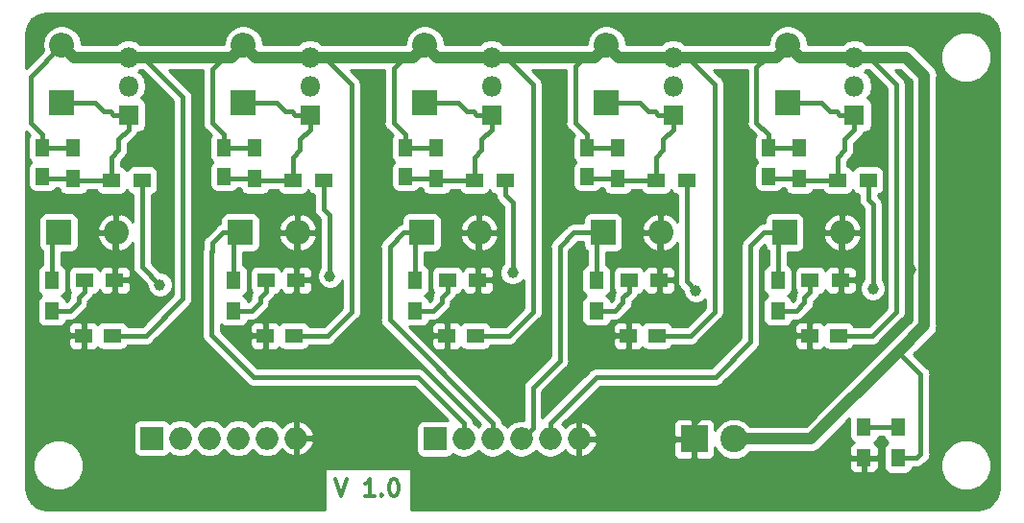
<source format=gtl>
G04 #@! TF.GenerationSoftware,KiCad,Pcbnew,5.0.2-bee76a0~70~ubuntu16.04.1*
G04 #@! TF.CreationDate,2018-12-22T18:20:01+02:00*
G04 #@! TF.ProjectId,psg14a_power,70736731-3461-45f7-906f-7765722e6b69,rev?*
G04 #@! TF.SameCoordinates,Original*
G04 #@! TF.FileFunction,Copper,L1,Top*
G04 #@! TF.FilePolarity,Positive*
%FSLAX46Y46*%
G04 Gerber Fmt 4.6, Leading zero omitted, Abs format (unit mm)*
G04 Created by KiCad (PCBNEW 5.0.2-bee76a0~70~ubuntu16.04.1) date сб, 22-гру-2018 18:20:01 +0200*
%MOMM*%
%LPD*%
G01*
G04 APERTURE LIST*
G04 #@! TA.AperFunction,NonConductor*
%ADD10C,0.300000*%
G04 #@! TD*
G04 #@! TA.AperFunction,ComponentPad*
%ADD11R,2.400000X2.400000*%
G04 #@! TD*
G04 #@! TA.AperFunction,ComponentPad*
%ADD12C,2.400000*%
G04 #@! TD*
G04 #@! TA.AperFunction,SMDPad,CuDef*
%ADD13R,1.300000X1.500000*%
G04 #@! TD*
G04 #@! TA.AperFunction,SMDPad,CuDef*
%ADD14R,1.500000X1.250000*%
G04 #@! TD*
G04 #@! TA.AperFunction,SMDPad,CuDef*
%ADD15R,1.250000X1.500000*%
G04 #@! TD*
G04 #@! TA.AperFunction,ComponentPad*
%ADD16R,2.200000X2.200000*%
G04 #@! TD*
G04 #@! TA.AperFunction,ComponentPad*
%ADD17O,2.200000X2.200000*%
G04 #@! TD*
G04 #@! TA.AperFunction,SMDPad,CuDef*
%ADD18R,1.500000X1.300000*%
G04 #@! TD*
G04 #@! TA.AperFunction,ComponentPad*
%ADD19O,1.800000X1.800000*%
G04 #@! TD*
G04 #@! TA.AperFunction,ComponentPad*
%ADD20R,1.800000X1.800000*%
G04 #@! TD*
G04 #@! TA.AperFunction,ComponentPad*
%ADD21O,1.998980X1.998980*%
G04 #@! TD*
G04 #@! TA.AperFunction,ComponentPad*
%ADD22R,1.998980X1.998980*%
G04 #@! TD*
G04 #@! TA.AperFunction,ViaPad*
%ADD23C,1.000000*%
G04 #@! TD*
G04 #@! TA.AperFunction,Conductor*
%ADD24C,0.400000*%
G04 #@! TD*
G04 #@! TA.AperFunction,Conductor*
%ADD25C,1.000000*%
G04 #@! TD*
G04 #@! TA.AperFunction,Conductor*
%ADD26C,0.254000*%
G04 #@! TD*
G04 APERTURE END LIST*
D10*
X54419857Y-82236571D02*
X54919857Y-83736571D01*
X55419857Y-82236571D01*
X57848428Y-83736571D02*
X56991285Y-83736571D01*
X57419857Y-83736571D02*
X57419857Y-82236571D01*
X57277000Y-82450857D01*
X57134142Y-82593714D01*
X56991285Y-82665142D01*
X58491285Y-83593714D02*
X58562714Y-83665142D01*
X58491285Y-83736571D01*
X58419857Y-83665142D01*
X58491285Y-83593714D01*
X58491285Y-83736571D01*
X59491285Y-82236571D02*
X59634142Y-82236571D01*
X59777000Y-82308000D01*
X59848428Y-82379428D01*
X59919857Y-82522285D01*
X59991285Y-82808000D01*
X59991285Y-83165142D01*
X59919857Y-83450857D01*
X59848428Y-83593714D01*
X59777000Y-83665142D01*
X59634142Y-83736571D01*
X59491285Y-83736571D01*
X59348428Y-83665142D01*
X59277000Y-83593714D01*
X59205571Y-83450857D01*
X59134142Y-83165142D01*
X59134142Y-82808000D01*
X59205571Y-82522285D01*
X59277000Y-82379428D01*
X59348428Y-82308000D01*
X59491285Y-82236571D01*
D11*
G04 #@! TO.P,J1,1*
G04 #@! TO.N,/GND*
X86042500Y-78676500D03*
D12*
G04 #@! TO.P,J1,2*
G04 #@! TO.N,/+24V*
X89542500Y-78676500D03*
G04 #@! TD*
D13*
G04 #@! TO.P,D16,2*
G04 #@! TO.N,/+24V*
X104000000Y-80350000D03*
G04 #@! TO.P,D16,1*
G04 #@! TO.N,Net-(D16-Pad1)*
X104000000Y-77650000D03*
G04 #@! TD*
G04 #@! TO.P,R16,2*
G04 #@! TO.N,/GND*
X101000000Y-80350000D03*
G04 #@! TO.P,R16,1*
G04 #@! TO.N,Net-(D16-Pad1)*
X101000000Y-77650000D03*
G04 #@! TD*
D14*
G04 #@! TO.P,C2,1*
G04 #@! TO.N,/+24V*
X34722120Y-69570600D03*
G04 #@! TO.P,C2,2*
G04 #@! TO.N,/GND*
X32222120Y-69570600D03*
G04 #@! TD*
D15*
G04 #@! TO.P,C3,2*
G04 #@! TO.N,Net-(C3-Pad2)*
X44610560Y-55499320D03*
G04 #@! TO.P,C3,1*
G04 #@! TO.N,/+24V*
X44610560Y-52999320D03*
G04 #@! TD*
D14*
G04 #@! TO.P,C4,1*
G04 #@! TO.N,/+24V*
X50722120Y-69570600D03*
G04 #@! TO.P,C4,2*
G04 #@! TO.N,/GND*
X48222120Y-69570600D03*
G04 #@! TD*
D15*
G04 #@! TO.P,C5,2*
G04 #@! TO.N,Net-(C5-Pad2)*
X60610560Y-55499320D03*
G04 #@! TO.P,C5,1*
G04 #@! TO.N,/+24V*
X60610560Y-52999320D03*
G04 #@! TD*
D14*
G04 #@! TO.P,C6,1*
G04 #@! TO.N,/+24V*
X66722120Y-69570600D03*
G04 #@! TO.P,C6,2*
G04 #@! TO.N,/GND*
X64222120Y-69570600D03*
G04 #@! TD*
D15*
G04 #@! TO.P,C7,2*
G04 #@! TO.N,Net-(C7-Pad2)*
X76610560Y-55499320D03*
G04 #@! TO.P,C7,1*
G04 #@! TO.N,/+24V*
X76610560Y-52999320D03*
G04 #@! TD*
D14*
G04 #@! TO.P,C8,1*
G04 #@! TO.N,/+24V*
X82722120Y-69570600D03*
G04 #@! TO.P,C8,2*
G04 #@! TO.N,/GND*
X80222120Y-69570600D03*
G04 #@! TD*
D15*
G04 #@! TO.P,C9,2*
G04 #@! TO.N,Net-(C9-Pad2)*
X92610560Y-55499320D03*
G04 #@! TO.P,C9,1*
G04 #@! TO.N,/+24V*
X92610560Y-52999320D03*
G04 #@! TD*
D14*
G04 #@! TO.P,C10,1*
G04 #@! TO.N,/+24V*
X98722120Y-69570600D03*
G04 #@! TO.P,C10,2*
G04 #@! TO.N,/GND*
X96222120Y-69570600D03*
G04 #@! TD*
D15*
G04 #@! TO.P,C1,2*
G04 #@! TO.N,Net-(C1-Pad2)*
X28610560Y-55499320D03*
G04 #@! TO.P,C1,1*
G04 #@! TO.N,/+24V*
X28610560Y-52999320D03*
G04 #@! TD*
D16*
G04 #@! TO.P,D15,1*
G04 #@! TO.N,/Out5*
X94007560Y-60457080D03*
D17*
G04 #@! TO.P,D15,2*
G04 #@! TO.N,/GND*
X99087560Y-60457080D03*
G04 #@! TD*
G04 #@! TO.P,D13,2*
G04 #@! TO.N,/+24V*
X94307280Y-43931840D03*
D16*
G04 #@! TO.P,D13,1*
G04 #@! TO.N,Net-(C9-Pad2)*
X94307280Y-49011840D03*
G04 #@! TD*
G04 #@! TO.P,D1,1*
G04 #@! TO.N,Net-(C1-Pad2)*
X30307280Y-49011840D03*
D17*
G04 #@! TO.P,D1,2*
G04 #@! TO.N,/+24V*
X30307280Y-43931840D03*
G04 #@! TD*
G04 #@! TO.P,D3,2*
G04 #@! TO.N,/GND*
X35087560Y-60457080D03*
D16*
G04 #@! TO.P,D3,1*
G04 #@! TO.N,/Out1*
X30007560Y-60457080D03*
G04 #@! TD*
G04 #@! TO.P,D4,1*
G04 #@! TO.N,Net-(C3-Pad2)*
X46307280Y-49011840D03*
D17*
G04 #@! TO.P,D4,2*
G04 #@! TO.N,/+24V*
X46307280Y-43931840D03*
G04 #@! TD*
G04 #@! TO.P,D6,2*
G04 #@! TO.N,/GND*
X51087560Y-60457080D03*
D16*
G04 #@! TO.P,D6,1*
G04 #@! TO.N,/Out2*
X46007560Y-60457080D03*
G04 #@! TD*
G04 #@! TO.P,D7,1*
G04 #@! TO.N,Net-(C5-Pad2)*
X62307280Y-49011840D03*
D17*
G04 #@! TO.P,D7,2*
G04 #@! TO.N,/+24V*
X62307280Y-43931840D03*
G04 #@! TD*
G04 #@! TO.P,D9,2*
G04 #@! TO.N,/GND*
X67087560Y-60457080D03*
D16*
G04 #@! TO.P,D9,1*
G04 #@! TO.N,/Out3*
X62007560Y-60457080D03*
G04 #@! TD*
G04 #@! TO.P,D10,1*
G04 #@! TO.N,Net-(C7-Pad2)*
X78307280Y-49011840D03*
D17*
G04 #@! TO.P,D10,2*
G04 #@! TO.N,/+24V*
X78307280Y-43931840D03*
G04 #@! TD*
G04 #@! TO.P,D12,2*
G04 #@! TO.N,/GND*
X83087560Y-60457080D03*
D16*
G04 #@! TO.P,D12,1*
G04 #@! TO.N,/Out4*
X78007560Y-60457080D03*
G04 #@! TD*
D13*
G04 #@! TO.P,D8,2*
G04 #@! TO.N,/Out3*
X61408120Y-64669680D03*
G04 #@! TO.P,D8,1*
G04 #@! TO.N,Net-(D8-Pad1)*
X61408120Y-67369680D03*
G04 #@! TD*
G04 #@! TO.P,D5,1*
G04 #@! TO.N,Net-(D5-Pad1)*
X45408120Y-67369680D03*
G04 #@! TO.P,D5,2*
G04 #@! TO.N,/Out2*
X45408120Y-64669680D03*
G04 #@! TD*
G04 #@! TO.P,D11,2*
G04 #@! TO.N,/Out4*
X77408120Y-64669680D03*
G04 #@! TO.P,D11,1*
G04 #@! TO.N,Net-(D11-Pad1)*
X77408120Y-67369680D03*
G04 #@! TD*
G04 #@! TO.P,D14,1*
G04 #@! TO.N,Net-(D14-Pad1)*
X93408120Y-67369680D03*
G04 #@! TO.P,D14,2*
G04 #@! TO.N,/Out5*
X93408120Y-64669680D03*
G04 #@! TD*
G04 #@! TO.P,D2,2*
G04 #@! TO.N,/Out1*
X29408120Y-64669680D03*
G04 #@! TO.P,D2,1*
G04 #@! TO.N,Net-(D2-Pad1)*
X29408120Y-67369680D03*
G04 #@! TD*
D18*
G04 #@! TO.P,R15,2*
G04 #@! TO.N,/GND*
X98964360Y-64668400D03*
G04 #@! TO.P,R15,1*
G04 #@! TO.N,Net-(D14-Pad1)*
X96264360Y-64668400D03*
G04 #@! TD*
G04 #@! TO.P,R1,1*
G04 #@! TO.N,Net-(C1-Pad2)*
X34662120Y-55849520D03*
G04 #@! TO.P,R1,2*
G04 #@! TO.N,/In1*
X37362120Y-55849520D03*
G04 #@! TD*
D13*
G04 #@! TO.P,R2,2*
G04 #@! TO.N,Net-(C1-Pad2)*
X31323280Y-55731400D03*
G04 #@! TO.P,R2,1*
G04 #@! TO.N,/+24V*
X31323280Y-53031400D03*
G04 #@! TD*
D18*
G04 #@! TO.P,R3,1*
G04 #@! TO.N,Net-(D2-Pad1)*
X32264360Y-64668400D03*
G04 #@! TO.P,R3,2*
G04 #@! TO.N,/GND*
X34964360Y-64668400D03*
G04 #@! TD*
G04 #@! TO.P,R4,2*
G04 #@! TO.N,/In2*
X53362120Y-55849520D03*
G04 #@! TO.P,R4,1*
G04 #@! TO.N,Net-(C3-Pad2)*
X50662120Y-55849520D03*
G04 #@! TD*
G04 #@! TO.P,R6,1*
G04 #@! TO.N,Net-(D5-Pad1)*
X48264360Y-64668400D03*
G04 #@! TO.P,R6,2*
G04 #@! TO.N,/GND*
X50964360Y-64668400D03*
G04 #@! TD*
G04 #@! TO.P,R7,2*
G04 #@! TO.N,/In3*
X69362120Y-55849520D03*
G04 #@! TO.P,R7,1*
G04 #@! TO.N,Net-(C5-Pad2)*
X66662120Y-55849520D03*
G04 #@! TD*
D13*
G04 #@! TO.P,R8,1*
G04 #@! TO.N,/+24V*
X63323280Y-53031400D03*
G04 #@! TO.P,R8,2*
G04 #@! TO.N,Net-(C5-Pad2)*
X63323280Y-55731400D03*
G04 #@! TD*
D18*
G04 #@! TO.P,R9,2*
G04 #@! TO.N,/GND*
X66964360Y-64668400D03*
G04 #@! TO.P,R9,1*
G04 #@! TO.N,Net-(D8-Pad1)*
X64264360Y-64668400D03*
G04 #@! TD*
G04 #@! TO.P,R10,1*
G04 #@! TO.N,Net-(C7-Pad2)*
X82662120Y-55849520D03*
G04 #@! TO.P,R10,2*
G04 #@! TO.N,/In4*
X85362120Y-55849520D03*
G04 #@! TD*
D13*
G04 #@! TO.P,R11,2*
G04 #@! TO.N,Net-(C7-Pad2)*
X79323280Y-55731400D03*
G04 #@! TO.P,R11,1*
G04 #@! TO.N,/+24V*
X79323280Y-53031400D03*
G04 #@! TD*
D18*
G04 #@! TO.P,R12,1*
G04 #@! TO.N,Net-(D11-Pad1)*
X80264360Y-64668400D03*
G04 #@! TO.P,R12,2*
G04 #@! TO.N,/GND*
X82964360Y-64668400D03*
G04 #@! TD*
G04 #@! TO.P,R13,2*
G04 #@! TO.N,/In5*
X101362120Y-55849520D03*
G04 #@! TO.P,R13,1*
G04 #@! TO.N,Net-(C9-Pad2)*
X98662120Y-55849520D03*
G04 #@! TD*
D13*
G04 #@! TO.P,R14,1*
G04 #@! TO.N,/+24V*
X95323280Y-53031400D03*
G04 #@! TO.P,R14,2*
G04 #@! TO.N,Net-(C9-Pad2)*
X95323280Y-55731400D03*
G04 #@! TD*
G04 #@! TO.P,R5,2*
G04 #@! TO.N,Net-(C3-Pad2)*
X47323280Y-55731400D03*
G04 #@! TO.P,R5,1*
G04 #@! TO.N,/+24V*
X47323280Y-53031400D03*
G04 #@! TD*
D19*
G04 #@! TO.P,Q5,3*
G04 #@! TO.N,/+24V*
X100159440Y-44998640D03*
G04 #@! TO.P,Q5,2*
G04 #@! TO.N,/Out5*
X100159440Y-47538640D03*
D20*
G04 #@! TO.P,Q5,1*
G04 #@! TO.N,Net-(C9-Pad2)*
X100159440Y-50078640D03*
G04 #@! TD*
G04 #@! TO.P,Q4,1*
G04 #@! TO.N,Net-(C7-Pad2)*
X84159440Y-50078640D03*
D19*
G04 #@! TO.P,Q4,2*
G04 #@! TO.N,/Out4*
X84159440Y-47538640D03*
G04 #@! TO.P,Q4,3*
G04 #@! TO.N,/+24V*
X84159440Y-44998640D03*
G04 #@! TD*
G04 #@! TO.P,Q3,3*
G04 #@! TO.N,/+24V*
X68159440Y-44998640D03*
G04 #@! TO.P,Q3,2*
G04 #@! TO.N,/Out3*
X68159440Y-47538640D03*
D20*
G04 #@! TO.P,Q3,1*
G04 #@! TO.N,Net-(C5-Pad2)*
X68159440Y-50078640D03*
G04 #@! TD*
G04 #@! TO.P,Q2,1*
G04 #@! TO.N,Net-(C3-Pad2)*
X52159440Y-50078640D03*
D19*
G04 #@! TO.P,Q2,2*
G04 #@! TO.N,/Out2*
X52159440Y-47538640D03*
G04 #@! TO.P,Q2,3*
G04 #@! TO.N,/+24V*
X52159440Y-44998640D03*
G04 #@! TD*
D20*
G04 #@! TO.P,Q1,1*
G04 #@! TO.N,Net-(C1-Pad2)*
X36159440Y-50078640D03*
D19*
G04 #@! TO.P,Q1,2*
G04 #@! TO.N,/Out1*
X36159440Y-47538640D03*
G04 #@! TO.P,Q1,3*
G04 #@! TO.N,/+24V*
X36159440Y-44998640D03*
G04 #@! TD*
D21*
G04 #@! TO.P,J3,4*
G04 #@! TO.N,/Out4*
X70802500Y-78676500D03*
D22*
G04 #@! TO.P,J3,1*
G04 #@! TO.N,/Out1*
X63182500Y-78676500D03*
D21*
G04 #@! TO.P,J3,2*
G04 #@! TO.N,/Out2*
X65722500Y-78676500D03*
G04 #@! TO.P,J3,3*
G04 #@! TO.N,/Out3*
X68262500Y-78676500D03*
G04 #@! TO.P,J3,5*
G04 #@! TO.N,/Out5*
X73342500Y-78676500D03*
G04 #@! TO.P,J3,6*
G04 #@! TO.N,/GND*
X75882500Y-78676500D03*
G04 #@! TD*
G04 #@! TO.P,J2,6*
G04 #@! TO.N,/GND*
X50927000Y-78613000D03*
G04 #@! TO.P,J2,5*
G04 #@! TO.N,/In5*
X48387000Y-78613000D03*
G04 #@! TO.P,J2,3*
G04 #@! TO.N,/In3*
X43307000Y-78613000D03*
G04 #@! TO.P,J2,2*
G04 #@! TO.N,/In2*
X40767000Y-78613000D03*
D22*
G04 #@! TO.P,J2,1*
G04 #@! TO.N,/In1*
X38227000Y-78613000D03*
D21*
G04 #@! TO.P,J2,4*
G04 #@! TO.N,/In4*
X45847000Y-78613000D03*
G04 #@! TD*
D23*
G04 #@! TO.N,/GND*
X105092500Y-63754000D03*
X109000000Y-72000000D03*
X109000000Y-64000000D03*
X109000000Y-56000000D03*
X109000000Y-50000000D03*
X82000000Y-83000000D03*
X57000000Y-78000000D03*
X104000000Y-42000000D03*
X89000000Y-42000000D03*
X73000000Y-42000000D03*
X58000000Y-42000000D03*
X40000000Y-42000000D03*
X41000000Y-71000000D03*
X34000000Y-74000000D03*
X35000000Y-67000000D03*
X94996000Y-82931000D03*
G04 #@! TO.N,/In5*
X101790500Y-65405000D03*
G04 #@! TO.N,/In3*
X70040500Y-64008000D03*
G04 #@! TO.N,/In2*
X53911500Y-64325500D03*
G04 #@! TO.N,/In1*
X38925500Y-65087500D03*
G04 #@! TO.N,/In4*
X86169500Y-65595500D03*
G04 #@! TD*
D24*
G04 #@! TO.N,/GND*
X97411160Y-66944240D02*
X96222120Y-68133280D01*
X96222120Y-68133280D02*
X96222120Y-69570600D01*
X97738520Y-66944240D02*
X97411160Y-66944240D01*
X98964360Y-64668400D02*
X98964360Y-65718400D01*
X98964360Y-65718400D02*
X97738520Y-66944240D01*
X98964360Y-64668400D02*
X98964360Y-60580280D01*
X98964360Y-60580280D02*
X99087560Y-60457080D01*
X81411160Y-66944240D02*
X80222120Y-68133280D01*
X80222120Y-68133280D02*
X80222120Y-69570600D01*
X81738520Y-66944240D02*
X81411160Y-66944240D01*
X82964360Y-64668400D02*
X82964360Y-65718400D01*
X82964360Y-65718400D02*
X81738520Y-66944240D01*
X82964360Y-64668400D02*
X82964360Y-60580280D01*
X82964360Y-60580280D02*
X83087560Y-60457080D01*
X65411160Y-66944240D02*
X64222120Y-68133280D01*
X64222120Y-68133280D02*
X64222120Y-69570600D01*
X65738520Y-66944240D02*
X65411160Y-66944240D01*
X66964360Y-64668400D02*
X66964360Y-65718400D01*
X66964360Y-65718400D02*
X65738520Y-66944240D01*
X66964360Y-64668400D02*
X66964360Y-60580280D01*
X66964360Y-60580280D02*
X67087560Y-60457080D01*
X49411160Y-66944240D02*
X48222120Y-68133280D01*
X48222120Y-68133280D02*
X48222120Y-69570600D01*
X49738520Y-66944240D02*
X49411160Y-66944240D01*
X50964360Y-64668400D02*
X50964360Y-65718400D01*
X50964360Y-65718400D02*
X49738520Y-66944240D01*
X50964360Y-64668400D02*
X50964360Y-60580280D01*
X50964360Y-60580280D02*
X51087560Y-60457080D01*
X34964360Y-60580280D02*
X35087560Y-60457080D01*
X34964360Y-64668400D02*
X34964360Y-60580280D01*
X34964360Y-65718400D02*
X33738520Y-66944240D01*
X34964360Y-64668400D02*
X34964360Y-65718400D01*
X33738520Y-66944240D02*
X33411160Y-66944240D01*
X32222120Y-68133280D02*
X32222120Y-69570600D01*
X33411160Y-66944240D02*
X32222120Y-68133280D01*
X75882500Y-78676500D02*
X77295992Y-78676500D01*
X75882500Y-80327500D02*
X75882500Y-78676500D01*
X51418508Y-80518000D02*
X75692000Y-80518000D01*
X50927000Y-80026492D02*
X51418508Y-80518000D01*
X50927000Y-78613000D02*
X50927000Y-80026492D01*
X75692000Y-80518000D02*
X75882500Y-80327500D01*
X105092500Y-67907500D02*
X105092500Y-63754000D01*
X86042500Y-78676500D02*
X86042500Y-77277010D01*
X86042500Y-77277010D02*
X88008510Y-75311000D01*
X88008510Y-75311000D02*
X97689000Y-75311000D01*
X97689000Y-75311000D02*
X105092500Y-67907500D01*
X84000000Y-78676500D02*
X86042500Y-78676500D01*
X83375500Y-78676500D02*
X83375500Y-80137000D01*
X77295992Y-78676500D02*
X83375500Y-78676500D01*
X83375500Y-78676500D02*
X84000000Y-78676500D01*
X83375500Y-80137000D02*
X83883500Y-80645000D01*
X83883500Y-80645000D02*
X99123500Y-80645000D01*
X99418500Y-80350000D02*
X101000000Y-80350000D01*
X99123500Y-80645000D02*
X99418500Y-80350000D01*
G04 #@! TO.N,/In5*
X101790500Y-65405000D02*
X101790500Y-57975500D01*
X101362120Y-57547120D02*
X101362120Y-55849520D01*
X101790500Y-57975500D02*
X101362120Y-57547120D01*
G04 #@! TO.N,/In3*
X70040500Y-64008000D02*
X70040500Y-57848500D01*
X69362120Y-57170120D02*
X69362120Y-55849520D01*
X70040500Y-57848500D02*
X69362120Y-57170120D01*
G04 #@! TO.N,/In2*
X53911500Y-64325500D02*
X53911500Y-58928000D01*
X53362120Y-58378620D02*
X53362120Y-55849520D01*
X53911500Y-58928000D02*
X53362120Y-58378620D01*
G04 #@! TO.N,/In1*
X37362120Y-63524120D02*
X38925500Y-65087500D01*
X37362120Y-55849520D02*
X37362120Y-63524120D01*
G04 #@! TO.N,/In4*
X85362120Y-64788120D02*
X85362120Y-55849520D01*
X86169500Y-65595500D02*
X85362120Y-64788120D01*
G04 #@! TO.N,/Out4*
X77408120Y-64669680D02*
X77408120Y-61056520D01*
X77408120Y-61056520D02*
X78007560Y-60457080D01*
X71801989Y-77677011D02*
X71801989Y-74121011D01*
X70802500Y-78676500D02*
X71801989Y-77677011D01*
X71801989Y-74121011D02*
X74168000Y-71755000D01*
X74168000Y-71755000D02*
X74168000Y-61722000D01*
X75432920Y-60457080D02*
X78007560Y-60457080D01*
X74168000Y-61722000D02*
X75432920Y-60457080D01*
G04 #@! TO.N,/Out1*
X29408120Y-61056520D02*
X30007560Y-60457080D01*
X29408120Y-64669680D02*
X29408120Y-61056520D01*
G04 #@! TO.N,/Out2*
X45408120Y-64669680D02*
X45408120Y-61056520D01*
X45408120Y-61056520D02*
X46007560Y-60457080D01*
X44507560Y-60457080D02*
X46007560Y-60457080D01*
X43561000Y-61403640D02*
X44507560Y-60457080D01*
X43497500Y-62166500D02*
X43561000Y-62103000D01*
X43497500Y-69532500D02*
X43497500Y-62166500D01*
X61674992Y-73215500D02*
X47180500Y-73215500D01*
X43561000Y-62103000D02*
X43561000Y-61403640D01*
X65722500Y-78676500D02*
X65722500Y-77263008D01*
X65722500Y-77263008D02*
X61674992Y-73215500D01*
X47180500Y-73215500D02*
X44965000Y-71000000D01*
X44965000Y-71000000D02*
X43497500Y-69532500D01*
G04 #@! TO.N,/Out3*
X61408120Y-64669680D02*
X61408120Y-61056520D01*
X61408120Y-61056520D02*
X62007560Y-60457080D01*
X60446920Y-60457080D02*
X62007560Y-60457080D01*
X68262500Y-78676500D02*
X68262500Y-77263008D01*
X59182000Y-68182508D02*
X59182000Y-61722000D01*
X68262500Y-77263008D02*
X59182000Y-68182508D01*
X59182000Y-61722000D02*
X60446920Y-60457080D01*
G04 #@! TO.N,/Out5*
X93408120Y-64669680D02*
X93408120Y-61056520D01*
X93408120Y-61056520D02*
X94007560Y-60457080D01*
X73342500Y-77263008D02*
X77390008Y-73215500D01*
X73342500Y-78676500D02*
X73342500Y-77263008D01*
X77390008Y-73215500D02*
X87884000Y-73215500D01*
X87884000Y-73215500D02*
X90995500Y-70104000D01*
X90995500Y-70104000D02*
X90995500Y-61595000D01*
X92133420Y-60457080D02*
X94007560Y-60457080D01*
X90995500Y-61595000D02*
X92133420Y-60457080D01*
G04 #@! TO.N,/+24V*
X95323280Y-53031400D02*
X92642640Y-53031400D01*
X92642640Y-53031400D02*
X92610560Y-52999320D01*
X103817040Y-67452240D02*
X101698680Y-69570600D01*
X101698680Y-69570600D02*
X98722120Y-69570600D01*
X100159440Y-44998640D02*
X101432232Y-44998640D01*
X101432232Y-44998640D02*
X103817040Y-47383448D01*
D25*
X100159440Y-44998640D02*
X95374080Y-44998640D01*
X95374080Y-44998640D02*
X94307280Y-43931840D01*
D24*
X79323280Y-53031400D02*
X76642640Y-53031400D01*
X76642640Y-53031400D02*
X76610560Y-52999320D01*
X87817040Y-67452240D02*
X85698680Y-69570600D01*
X85698680Y-69570600D02*
X82722120Y-69570600D01*
X84159440Y-44998640D02*
X85432232Y-44998640D01*
X85432232Y-44998640D02*
X87817040Y-47383448D01*
D25*
X84159440Y-44998640D02*
X79374080Y-44998640D01*
X79374080Y-44998640D02*
X78307280Y-43931840D01*
D24*
X63323280Y-53031400D02*
X60642640Y-53031400D01*
X60642640Y-53031400D02*
X60610560Y-52999320D01*
X71817040Y-67452240D02*
X69698680Y-69570600D01*
X69698680Y-69570600D02*
X66722120Y-69570600D01*
X68159440Y-44998640D02*
X69432232Y-44998640D01*
X69432232Y-44998640D02*
X71817040Y-47383448D01*
D25*
X68159440Y-44998640D02*
X63374080Y-44998640D01*
X63374080Y-44998640D02*
X62307280Y-43931840D01*
D24*
X47323280Y-53031400D02*
X44642640Y-53031400D01*
X44642640Y-53031400D02*
X44610560Y-52999320D01*
X55817040Y-67452240D02*
X53698680Y-69570600D01*
X53698680Y-69570600D02*
X50722120Y-69570600D01*
X52159440Y-44998640D02*
X53432232Y-44998640D01*
X53432232Y-44998640D02*
X55817040Y-47383448D01*
D25*
X52159440Y-44998640D02*
X47374080Y-44998640D01*
X47374080Y-44998640D02*
X46307280Y-43931840D01*
X31374080Y-44998640D02*
X30307280Y-43931840D01*
X36159440Y-44998640D02*
X31374080Y-44998640D01*
D24*
X28610560Y-51849320D02*
X27523440Y-50762200D01*
X28610560Y-52999320D02*
X28610560Y-51849320D01*
X27523440Y-46715680D02*
X30307280Y-43931840D01*
X27523440Y-50762200D02*
X27523440Y-46715680D01*
X28642640Y-53031400D02*
X28610560Y-52999320D01*
X31323280Y-53031400D02*
X28642640Y-53031400D01*
X55817040Y-47383448D02*
X55817040Y-67452240D01*
X87820500Y-47368208D02*
X87820500Y-67437000D01*
X103817040Y-47383448D02*
X103817040Y-67452240D01*
X71817040Y-47383448D02*
X71817040Y-67452240D01*
D25*
X45240480Y-44998640D02*
X46307280Y-43931840D01*
X36159440Y-44998640D02*
X45240480Y-44998640D01*
X61240480Y-44998640D02*
X62307280Y-43931840D01*
X52159440Y-44998640D02*
X61240480Y-44998640D01*
X77240480Y-44998640D02*
X78307280Y-43931840D01*
X68159440Y-44998640D02*
X77240480Y-44998640D01*
X84159440Y-44998640D02*
X93240480Y-44998640D01*
D24*
X37698680Y-69570600D02*
X34722120Y-69570600D01*
X37432232Y-44998640D02*
X40957500Y-48523908D01*
X36159440Y-44998640D02*
X37432232Y-44998640D01*
X40957500Y-48523908D02*
X40957500Y-65000000D01*
X40957500Y-66311780D02*
X37698680Y-69570600D01*
D25*
X104688640Y-44998640D02*
X100159440Y-44998640D01*
X106299000Y-46609000D02*
X104688640Y-44998640D01*
X106299000Y-68701000D02*
X106299000Y-46609000D01*
D24*
X104000000Y-80350000D02*
X105650000Y-80350000D01*
X105650000Y-80350000D02*
X106000000Y-80000000D01*
X106000000Y-73000000D02*
X104000000Y-71000000D01*
X106000000Y-80000000D02*
X106000000Y-73000000D01*
D25*
X104000000Y-71000000D02*
X106299000Y-68701000D01*
D24*
X40957500Y-65000000D02*
X40957500Y-66311780D01*
D25*
X94307280Y-43931840D02*
X93240480Y-44998640D01*
D24*
X44610560Y-51849320D02*
X44610560Y-52999320D01*
X45240480Y-44998640D02*
X44599860Y-44998640D01*
X44599860Y-44998640D02*
X43523440Y-46075060D01*
X43523440Y-46075060D02*
X43523440Y-50762200D01*
X43523440Y-50762200D02*
X44610560Y-51849320D01*
X61240480Y-44998640D02*
X60474860Y-44998640D01*
X60610560Y-51849320D02*
X60610560Y-52999320D01*
X60474860Y-44998640D02*
X59523440Y-45950060D01*
X59523440Y-45950060D02*
X59523440Y-50762200D01*
X59523440Y-50762200D02*
X60610560Y-51849320D01*
X76610560Y-51849320D02*
X76610560Y-52999320D01*
X77240480Y-44998640D02*
X76349860Y-44998640D01*
X75523440Y-50762200D02*
X76610560Y-51849320D01*
X76349860Y-44998640D02*
X75523440Y-45825060D01*
X75523440Y-45825060D02*
X75523440Y-50762200D01*
X92610560Y-51849320D02*
X92610560Y-52999320D01*
X93240480Y-44998640D02*
X92415360Y-44998640D01*
X91523440Y-50762200D02*
X92610560Y-51849320D01*
X92415360Y-44998640D02*
X91523440Y-45890560D01*
X91523440Y-45890560D02*
X91523440Y-50762200D01*
D25*
X104000000Y-71000000D02*
X104000000Y-71006000D01*
X96329500Y-78676500D02*
X89542500Y-78676500D01*
X104000000Y-71006000D02*
X96329500Y-78676500D01*
D24*
G04 #@! TO.N,Net-(C1-Pad2)*
X34859440Y-50078640D02*
X34574960Y-49794160D01*
X36159440Y-50078640D02*
X34859440Y-50078640D01*
X34574960Y-49794160D02*
X33985200Y-49794160D01*
X33202880Y-49011840D02*
X30307280Y-49011840D01*
X33985200Y-49794160D02*
X33202880Y-49011840D01*
X36159440Y-51378640D02*
X35290280Y-52247800D01*
X36159440Y-50078640D02*
X36159440Y-51378640D01*
X35290280Y-52247800D02*
X35290280Y-53177920D01*
X34662120Y-53806080D02*
X34662120Y-55849520D01*
X35290280Y-53177920D02*
X34662120Y-53806080D01*
X31441400Y-55849520D02*
X31323280Y-55731400D01*
X34662120Y-55849520D02*
X31441400Y-55849520D01*
X28842640Y-55731400D02*
X28610560Y-55499320D01*
X31323280Y-55731400D02*
X28842640Y-55731400D01*
G04 #@! TO.N,Net-(C3-Pad2)*
X47323280Y-55731400D02*
X44842640Y-55731400D01*
X44842640Y-55731400D02*
X44610560Y-55499320D01*
X50662120Y-55849520D02*
X47441400Y-55849520D01*
X47441400Y-55849520D02*
X47323280Y-55731400D01*
X51290280Y-53177920D02*
X50662120Y-53806080D01*
X50662120Y-53806080D02*
X50662120Y-55849520D01*
X51290280Y-52247800D02*
X51290280Y-53177920D01*
X52159440Y-50078640D02*
X52159440Y-51378640D01*
X52159440Y-51378640D02*
X51290280Y-52247800D01*
X49985200Y-49794160D02*
X49202880Y-49011840D01*
X49202880Y-49011840D02*
X46307280Y-49011840D01*
X50574960Y-49794160D02*
X49985200Y-49794160D01*
X52159440Y-50078640D02*
X50859440Y-50078640D01*
X50859440Y-50078640D02*
X50574960Y-49794160D01*
G04 #@! TO.N,Net-(C5-Pad2)*
X63323280Y-55731400D02*
X60842640Y-55731400D01*
X60842640Y-55731400D02*
X60610560Y-55499320D01*
X66662120Y-55849520D02*
X63441400Y-55849520D01*
X63441400Y-55849520D02*
X63323280Y-55731400D01*
X67290280Y-53177920D02*
X66662120Y-53806080D01*
X66662120Y-53806080D02*
X66662120Y-55849520D01*
X67290280Y-52247800D02*
X67290280Y-53177920D01*
X68159440Y-50078640D02*
X68159440Y-51378640D01*
X68159440Y-51378640D02*
X67290280Y-52247800D01*
X65985200Y-49794160D02*
X65202880Y-49011840D01*
X65202880Y-49011840D02*
X62307280Y-49011840D01*
X66574960Y-49794160D02*
X65985200Y-49794160D01*
X68159440Y-50078640D02*
X66859440Y-50078640D01*
X66859440Y-50078640D02*
X66574960Y-49794160D01*
G04 #@! TO.N,Net-(C7-Pad2)*
X79323280Y-55731400D02*
X76842640Y-55731400D01*
X76842640Y-55731400D02*
X76610560Y-55499320D01*
X82662120Y-55849520D02*
X79441400Y-55849520D01*
X79441400Y-55849520D02*
X79323280Y-55731400D01*
X83290280Y-53177920D02*
X82662120Y-53806080D01*
X82662120Y-53806080D02*
X82662120Y-55849520D01*
X83290280Y-52247800D02*
X83290280Y-53177920D01*
X84159440Y-50078640D02*
X84159440Y-51378640D01*
X84159440Y-51378640D02*
X83290280Y-52247800D01*
X81985200Y-49794160D02*
X81202880Y-49011840D01*
X81202880Y-49011840D02*
X78307280Y-49011840D01*
X82574960Y-49794160D02*
X81985200Y-49794160D01*
X84159440Y-50078640D02*
X82859440Y-50078640D01*
X82859440Y-50078640D02*
X82574960Y-49794160D01*
G04 #@! TO.N,Net-(C9-Pad2)*
X95323280Y-55731400D02*
X92842640Y-55731400D01*
X92842640Y-55731400D02*
X92610560Y-55499320D01*
X98662120Y-55849520D02*
X95441400Y-55849520D01*
X95441400Y-55849520D02*
X95323280Y-55731400D01*
X99290280Y-53177920D02*
X98662120Y-53806080D01*
X98662120Y-53806080D02*
X98662120Y-55849520D01*
X99290280Y-52247800D02*
X99290280Y-53177920D01*
X100159440Y-50078640D02*
X100159440Y-51378640D01*
X100159440Y-51378640D02*
X99290280Y-52247800D01*
X97985200Y-49794160D02*
X97202880Y-49011840D01*
X97202880Y-49011840D02*
X94307280Y-49011840D01*
X98574960Y-49794160D02*
X97985200Y-49794160D01*
X100159440Y-50078640D02*
X98859440Y-50078640D01*
X98859440Y-50078640D02*
X98574960Y-49794160D01*
G04 #@! TO.N,Net-(D11-Pad1)*
X79755080Y-66654680D02*
X79040080Y-67369680D01*
X79040080Y-67369680D02*
X77408120Y-67369680D01*
X79755080Y-66227680D02*
X79755080Y-66654680D01*
X80264360Y-64668400D02*
X80264360Y-65718400D01*
X80264360Y-65718400D02*
X79755080Y-66227680D01*
G04 #@! TO.N,Net-(D8-Pad1)*
X63755080Y-66654680D02*
X63040080Y-67369680D01*
X63040080Y-67369680D02*
X61408120Y-67369680D01*
X63755080Y-66227680D02*
X63755080Y-66654680D01*
X64264360Y-64668400D02*
X64264360Y-65718400D01*
X64264360Y-65718400D02*
X63755080Y-66227680D01*
G04 #@! TO.N,Net-(D5-Pad1)*
X47755080Y-66654680D02*
X47040080Y-67369680D01*
X47040080Y-67369680D02*
X45408120Y-67369680D01*
X47755080Y-66227680D02*
X47755080Y-66654680D01*
X48264360Y-64668400D02*
X48264360Y-65718400D01*
X48264360Y-65718400D02*
X47755080Y-66227680D01*
G04 #@! TO.N,Net-(D2-Pad1)*
X32264360Y-65718400D02*
X31755080Y-66227680D01*
X32264360Y-64668400D02*
X32264360Y-65718400D01*
X31755080Y-66227680D02*
X31755080Y-66654680D01*
X31040080Y-67369680D02*
X29408120Y-67369680D01*
X31755080Y-66654680D02*
X31040080Y-67369680D01*
G04 #@! TO.N,Net-(D14-Pad1)*
X95755080Y-66654680D02*
X95040080Y-67369680D01*
X95040080Y-67369680D02*
X93408120Y-67369680D01*
X95755080Y-66227680D02*
X95755080Y-66654680D01*
X96264360Y-64668400D02*
X96264360Y-65718400D01*
X96264360Y-65718400D02*
X95755080Y-66227680D01*
G04 #@! TO.N,Net-(D16-Pad1)*
X101000000Y-77650000D02*
X104000000Y-77650000D01*
G04 #@! TD*
D26*
G04 #@! TO.N,/GND*
G36*
X111484485Y-41191880D02*
X111935952Y-41378884D01*
X112323636Y-41676364D01*
X112621116Y-42064048D01*
X112808120Y-42515515D01*
X112873000Y-43008328D01*
X112873000Y-82991672D01*
X112808120Y-83484485D01*
X112621116Y-83935952D01*
X112323636Y-84323636D01*
X111935952Y-84621116D01*
X111484485Y-84808120D01*
X110991672Y-84873000D01*
X61062000Y-84873000D01*
X61062000Y-81268000D01*
X53492000Y-81268000D01*
X53492000Y-84873000D01*
X29008328Y-84873000D01*
X28515515Y-84808120D01*
X28064048Y-84621116D01*
X27676364Y-84323636D01*
X27378884Y-83935952D01*
X27191880Y-83484485D01*
X27127000Y-82991672D01*
X27127000Y-80555431D01*
X27765000Y-80555431D01*
X27765000Y-81444569D01*
X28105259Y-82266026D01*
X28733974Y-82894741D01*
X29555431Y-83235000D01*
X30444569Y-83235000D01*
X31266026Y-82894741D01*
X31894741Y-82266026D01*
X32235000Y-81444569D01*
X32235000Y-80635750D01*
X99715000Y-80635750D01*
X99715000Y-81226309D01*
X99811673Y-81459698D01*
X99990301Y-81638327D01*
X100223690Y-81735000D01*
X100714250Y-81735000D01*
X100873000Y-81576250D01*
X100873000Y-80477000D01*
X101127000Y-80477000D01*
X101127000Y-81576250D01*
X101285750Y-81735000D01*
X101776310Y-81735000D01*
X102009699Y-81638327D01*
X102188327Y-81459698D01*
X102285000Y-81226309D01*
X102285000Y-80635750D01*
X102126250Y-80477000D01*
X101127000Y-80477000D01*
X100873000Y-80477000D01*
X99873750Y-80477000D01*
X99715000Y-80635750D01*
X32235000Y-80635750D01*
X32235000Y-80555431D01*
X31894741Y-79733974D01*
X31266026Y-79105259D01*
X30444569Y-78765000D01*
X29555431Y-78765000D01*
X28733974Y-79105259D01*
X28105259Y-79733974D01*
X27765000Y-80555431D01*
X27127000Y-80555431D01*
X27127000Y-77613510D01*
X36580070Y-77613510D01*
X36580070Y-79612490D01*
X36629353Y-79860255D01*
X36769701Y-80070299D01*
X36979745Y-80210647D01*
X37227510Y-80259930D01*
X39226490Y-80259930D01*
X39474255Y-80210647D01*
X39684299Y-80070299D01*
X39783595Y-79921693D01*
X40129254Y-80152655D01*
X40606020Y-80247490D01*
X40927980Y-80247490D01*
X41404746Y-80152655D01*
X41945401Y-79791401D01*
X42037000Y-79654313D01*
X42128599Y-79791401D01*
X42669254Y-80152655D01*
X43146020Y-80247490D01*
X43467980Y-80247490D01*
X43944746Y-80152655D01*
X44485401Y-79791401D01*
X44577000Y-79654313D01*
X44668599Y-79791401D01*
X45209254Y-80152655D01*
X45686020Y-80247490D01*
X46007980Y-80247490D01*
X46484746Y-80152655D01*
X47025401Y-79791401D01*
X47117000Y-79654313D01*
X47208599Y-79791401D01*
X47749254Y-80152655D01*
X48226020Y-80247490D01*
X48547980Y-80247490D01*
X49024746Y-80152655D01*
X49565401Y-79791401D01*
X49677718Y-79623306D01*
X49967274Y-79936068D01*
X50546645Y-80202627D01*
X50800000Y-80083807D01*
X50800000Y-78740000D01*
X51054000Y-78740000D01*
X51054000Y-80083807D01*
X51307355Y-80202627D01*
X51886726Y-79936068D01*
X52319987Y-79468084D01*
X52516619Y-78993354D01*
X52397265Y-78740000D01*
X51054000Y-78740000D01*
X50800000Y-78740000D01*
X50780000Y-78740000D01*
X50780000Y-78486000D01*
X50800000Y-78486000D01*
X50800000Y-77142193D01*
X51054000Y-77142193D01*
X51054000Y-78486000D01*
X52397265Y-78486000D01*
X52516619Y-78232646D01*
X52319987Y-77757916D01*
X51886726Y-77289932D01*
X51307355Y-77023373D01*
X51054000Y-77142193D01*
X50800000Y-77142193D01*
X50546645Y-77023373D01*
X49967274Y-77289932D01*
X49677718Y-77602694D01*
X49565401Y-77434599D01*
X49024746Y-77073345D01*
X48547980Y-76978510D01*
X48226020Y-76978510D01*
X47749254Y-77073345D01*
X47208599Y-77434599D01*
X47117000Y-77571687D01*
X47025401Y-77434599D01*
X46484746Y-77073345D01*
X46007980Y-76978510D01*
X45686020Y-76978510D01*
X45209254Y-77073345D01*
X44668599Y-77434599D01*
X44577000Y-77571687D01*
X44485401Y-77434599D01*
X43944746Y-77073345D01*
X43467980Y-76978510D01*
X43146020Y-76978510D01*
X42669254Y-77073345D01*
X42128599Y-77434599D01*
X42037000Y-77571687D01*
X41945401Y-77434599D01*
X41404746Y-77073345D01*
X40927980Y-76978510D01*
X40606020Y-76978510D01*
X40129254Y-77073345D01*
X39783595Y-77304307D01*
X39684299Y-77155701D01*
X39474255Y-77015353D01*
X39226490Y-76966070D01*
X37227510Y-76966070D01*
X36979745Y-77015353D01*
X36769701Y-77155701D01*
X36629353Y-77365745D01*
X36580070Y-77613510D01*
X27127000Y-77613510D01*
X27127000Y-69856350D01*
X30837120Y-69856350D01*
X30837120Y-70321910D01*
X30933793Y-70555299D01*
X31112422Y-70733927D01*
X31345811Y-70830600D01*
X31936370Y-70830600D01*
X32095120Y-70671850D01*
X32095120Y-69697600D01*
X30995870Y-69697600D01*
X30837120Y-69856350D01*
X27127000Y-69856350D01*
X27127000Y-68819290D01*
X30837120Y-68819290D01*
X30837120Y-69284850D01*
X30995870Y-69443600D01*
X32095120Y-69443600D01*
X32095120Y-68469350D01*
X31936370Y-68310600D01*
X31345811Y-68310600D01*
X31112422Y-68407273D01*
X30933793Y-68585901D01*
X30837120Y-68819290D01*
X27127000Y-68819290D01*
X27127000Y-63919680D01*
X28110680Y-63919680D01*
X28110680Y-65419680D01*
X28159963Y-65667445D01*
X28300311Y-65877489D01*
X28510355Y-66017837D01*
X28519620Y-66019680D01*
X28510355Y-66021523D01*
X28300311Y-66161871D01*
X28159963Y-66371915D01*
X28110680Y-66619680D01*
X28110680Y-68119680D01*
X28159963Y-68367445D01*
X28300311Y-68577489D01*
X28510355Y-68717837D01*
X28758120Y-68767120D01*
X30058120Y-68767120D01*
X30305885Y-68717837D01*
X30515929Y-68577489D01*
X30656277Y-68367445D01*
X30688653Y-68204680D01*
X30957847Y-68204680D01*
X31040080Y-68221037D01*
X31122313Y-68204680D01*
X31122317Y-68204680D01*
X31365881Y-68156232D01*
X31642081Y-67971681D01*
X31688667Y-67901960D01*
X32287362Y-67303266D01*
X32357081Y-67256681D01*
X32541632Y-66980481D01*
X32590080Y-66736916D01*
X32606438Y-66654680D01*
X32590263Y-66573364D01*
X32796640Y-66366987D01*
X32866361Y-66320401D01*
X33050912Y-66044201D01*
X33068647Y-65955042D01*
X33262125Y-65916557D01*
X33472169Y-65776209D01*
X33612517Y-65566165D01*
X33618081Y-65538191D01*
X33676033Y-65678099D01*
X33854662Y-65856727D01*
X34088051Y-65953400D01*
X34678610Y-65953400D01*
X34837360Y-65794650D01*
X34837360Y-64795400D01*
X35091360Y-64795400D01*
X35091360Y-65794650D01*
X35250110Y-65953400D01*
X35840669Y-65953400D01*
X36074058Y-65856727D01*
X36252687Y-65678099D01*
X36349360Y-65444710D01*
X36349360Y-64954150D01*
X36190610Y-64795400D01*
X35091360Y-64795400D01*
X34837360Y-64795400D01*
X34817360Y-64795400D01*
X34817360Y-64541400D01*
X34837360Y-64541400D01*
X34837360Y-63542150D01*
X35091360Y-63542150D01*
X35091360Y-64541400D01*
X36190610Y-64541400D01*
X36349360Y-64382650D01*
X36349360Y-63892090D01*
X36252687Y-63658701D01*
X36074058Y-63480073D01*
X35840669Y-63383400D01*
X35250110Y-63383400D01*
X35091360Y-63542150D01*
X34837360Y-63542150D01*
X34678610Y-63383400D01*
X34088051Y-63383400D01*
X33854662Y-63480073D01*
X33676033Y-63658701D01*
X33618081Y-63798609D01*
X33612517Y-63770635D01*
X33472169Y-63560591D01*
X33262125Y-63420243D01*
X33014360Y-63370960D01*
X31514360Y-63370960D01*
X31266595Y-63420243D01*
X31056551Y-63560591D01*
X30916203Y-63770635D01*
X30866920Y-64018400D01*
X30866920Y-65318400D01*
X30916203Y-65566165D01*
X31054525Y-65773176D01*
X30968528Y-65901880D01*
X30920080Y-66145444D01*
X30920080Y-66145447D01*
X30903723Y-66227680D01*
X30919897Y-66308995D01*
X30694213Y-66534680D01*
X30688653Y-66534680D01*
X30656277Y-66371915D01*
X30515929Y-66161871D01*
X30305885Y-66021523D01*
X30296620Y-66019680D01*
X30305885Y-66017837D01*
X30515929Y-65877489D01*
X30656277Y-65667445D01*
X30705560Y-65419680D01*
X30705560Y-63919680D01*
X30656277Y-63671915D01*
X30515929Y-63461871D01*
X30305885Y-63321523D01*
X30243120Y-63309038D01*
X30243120Y-62204520D01*
X31107560Y-62204520D01*
X31355325Y-62155237D01*
X31565369Y-62014889D01*
X31705717Y-61804845D01*
X31755000Y-61557080D01*
X31755000Y-60853202D01*
X33398385Y-60853202D01*
X33613026Y-61371412D01*
X34075168Y-61866092D01*
X34691437Y-62146263D01*
X34960560Y-62028684D01*
X34960560Y-60584080D01*
X33516435Y-60584080D01*
X33398385Y-60853202D01*
X31755000Y-60853202D01*
X31755000Y-60060958D01*
X33398385Y-60060958D01*
X33516435Y-60330080D01*
X34960560Y-60330080D01*
X34960560Y-58885476D01*
X34691437Y-58767897D01*
X34075168Y-59048068D01*
X33613026Y-59542748D01*
X33398385Y-60060958D01*
X31755000Y-60060958D01*
X31755000Y-59357080D01*
X31705717Y-59109315D01*
X31565369Y-58899271D01*
X31355325Y-58758923D01*
X31107560Y-58709640D01*
X28907560Y-58709640D01*
X28659795Y-58758923D01*
X28449751Y-58899271D01*
X28309403Y-59109315D01*
X28260120Y-59357080D01*
X28260120Y-61557080D01*
X28309403Y-61804845D01*
X28449751Y-62014889D01*
X28573121Y-62097323D01*
X28573120Y-63309038D01*
X28510355Y-63321523D01*
X28300311Y-63461871D01*
X28159963Y-63671915D01*
X28110680Y-63919680D01*
X27127000Y-63919680D01*
X27127000Y-51546627D01*
X27465319Y-51884946D01*
X27387403Y-52001555D01*
X27338120Y-52249320D01*
X27338120Y-53749320D01*
X27387403Y-53997085D01*
X27527751Y-54207129D01*
X27590894Y-54249320D01*
X27527751Y-54291511D01*
X27387403Y-54501555D01*
X27338120Y-54749320D01*
X27338120Y-56249320D01*
X27387403Y-56497085D01*
X27527751Y-56707129D01*
X27737795Y-56847477D01*
X27985560Y-56896760D01*
X29235560Y-56896760D01*
X29483325Y-56847477D01*
X29693369Y-56707129D01*
X29787402Y-56566400D01*
X30042747Y-56566400D01*
X30075123Y-56729165D01*
X30215471Y-56939209D01*
X30425515Y-57079557D01*
X30673280Y-57128840D01*
X31973280Y-57128840D01*
X32221045Y-57079557D01*
X32431089Y-56939209D01*
X32571437Y-56729165D01*
X32580317Y-56684520D01*
X33301478Y-56684520D01*
X33313963Y-56747285D01*
X33454311Y-56957329D01*
X33664355Y-57097677D01*
X33912120Y-57146960D01*
X35412120Y-57146960D01*
X35659885Y-57097677D01*
X35869929Y-56957329D01*
X36010277Y-56747285D01*
X36012120Y-56738020D01*
X36013963Y-56747285D01*
X36154311Y-56957329D01*
X36364355Y-57097677D01*
X36527120Y-57130053D01*
X36527120Y-59505312D01*
X36099952Y-59048068D01*
X35483683Y-58767897D01*
X35214560Y-58885476D01*
X35214560Y-60330080D01*
X35234560Y-60330080D01*
X35234560Y-60584080D01*
X35214560Y-60584080D01*
X35214560Y-62028684D01*
X35483683Y-62146263D01*
X36099952Y-61866092D01*
X36527121Y-61408848D01*
X36527121Y-63441882D01*
X36510763Y-63524120D01*
X36575568Y-63849920D01*
X36575569Y-63849921D01*
X36760120Y-64126121D01*
X36829838Y-64172705D01*
X37790500Y-65133368D01*
X37790500Y-65313266D01*
X37963293Y-65730426D01*
X38282574Y-66049707D01*
X38699734Y-66222500D01*
X39151266Y-66222500D01*
X39568426Y-66049707D01*
X39887707Y-65730426D01*
X40060500Y-65313266D01*
X40060500Y-64861734D01*
X39887707Y-64444574D01*
X39568426Y-64125293D01*
X39151266Y-63952500D01*
X38971368Y-63952500D01*
X38197120Y-63178253D01*
X38197120Y-57130053D01*
X38359885Y-57097677D01*
X38569929Y-56957329D01*
X38710277Y-56747285D01*
X38759560Y-56499520D01*
X38759560Y-55199520D01*
X38710277Y-54951755D01*
X38569929Y-54741711D01*
X38359885Y-54601363D01*
X38112120Y-54552080D01*
X36612120Y-54552080D01*
X36364355Y-54601363D01*
X36154311Y-54741711D01*
X36013963Y-54951755D01*
X36012120Y-54961020D01*
X36010277Y-54951755D01*
X35869929Y-54741711D01*
X35659885Y-54601363D01*
X35497120Y-54568987D01*
X35497120Y-54151948D01*
X35822565Y-53826504D01*
X35892281Y-53779921D01*
X36076832Y-53503721D01*
X36125280Y-53260157D01*
X36125280Y-53260154D01*
X36141637Y-53177921D01*
X36125280Y-53095688D01*
X36125280Y-52593667D01*
X36691722Y-52027226D01*
X36761441Y-51980641D01*
X36945992Y-51704441D01*
X36961579Y-51626080D01*
X37059440Y-51626080D01*
X37307205Y-51576797D01*
X37517249Y-51436449D01*
X37657597Y-51226405D01*
X37706880Y-50978640D01*
X37706880Y-49178640D01*
X37657597Y-48930875D01*
X37517249Y-48720831D01*
X37308744Y-48581511D01*
X37605378Y-48137567D01*
X37724512Y-47538640D01*
X37605378Y-46939713D01*
X37266113Y-46431967D01*
X37021677Y-46268640D01*
X37223719Y-46133640D01*
X37386365Y-46133640D01*
X40122500Y-48869776D01*
X40122501Y-64917759D01*
X40122500Y-64917764D01*
X40122501Y-65965910D01*
X37352813Y-68735600D01*
X36077789Y-68735600D01*
X36070277Y-68697835D01*
X35929929Y-68487791D01*
X35719885Y-68347443D01*
X35472120Y-68298160D01*
X33972120Y-68298160D01*
X33724355Y-68347443D01*
X33514311Y-68487791D01*
X33473466Y-68548920D01*
X33331818Y-68407273D01*
X33098429Y-68310600D01*
X32507870Y-68310600D01*
X32349120Y-68469350D01*
X32349120Y-69443600D01*
X32369120Y-69443600D01*
X32369120Y-69697600D01*
X32349120Y-69697600D01*
X32349120Y-70671850D01*
X32507870Y-70830600D01*
X33098429Y-70830600D01*
X33331818Y-70733927D01*
X33473466Y-70592280D01*
X33514311Y-70653409D01*
X33724355Y-70793757D01*
X33972120Y-70843040D01*
X35472120Y-70843040D01*
X35719885Y-70793757D01*
X35929929Y-70653409D01*
X36070277Y-70443365D01*
X36077789Y-70405600D01*
X37616447Y-70405600D01*
X37698680Y-70421957D01*
X37780913Y-70405600D01*
X37780917Y-70405600D01*
X38024481Y-70357152D01*
X38300681Y-70172601D01*
X38347267Y-70102880D01*
X41489786Y-66960363D01*
X41559501Y-66913781D01*
X41677679Y-66736916D01*
X41744052Y-66637581D01*
X41764520Y-66534680D01*
X41792500Y-66394017D01*
X41792500Y-66394014D01*
X41808857Y-66311781D01*
X41792500Y-66229548D01*
X41792500Y-62166500D01*
X42646143Y-62166500D01*
X42662501Y-62248738D01*
X42662500Y-69450267D01*
X42646143Y-69532500D01*
X42662500Y-69614733D01*
X42662500Y-69614736D01*
X42710948Y-69858300D01*
X42895499Y-70134501D01*
X42965220Y-70181087D01*
X44432715Y-71648584D01*
X44432721Y-71648588D01*
X46531915Y-73747783D01*
X46578499Y-73817501D01*
X46854699Y-74002052D01*
X47098263Y-74050500D01*
X47098266Y-74050500D01*
X47180499Y-74066857D01*
X47262732Y-74050500D01*
X61329125Y-74050500D01*
X64339531Y-77060906D01*
X64181990Y-77029570D01*
X62183010Y-77029570D01*
X61935245Y-77078853D01*
X61725201Y-77219201D01*
X61584853Y-77429245D01*
X61535570Y-77677010D01*
X61535570Y-79675990D01*
X61584853Y-79923755D01*
X61725201Y-80133799D01*
X61935245Y-80274147D01*
X62183010Y-80323430D01*
X64181990Y-80323430D01*
X64429755Y-80274147D01*
X64639799Y-80133799D01*
X64739095Y-79985193D01*
X65084754Y-80216155D01*
X65561520Y-80310990D01*
X65883480Y-80310990D01*
X66360246Y-80216155D01*
X66900901Y-79854901D01*
X66992500Y-79717813D01*
X67084099Y-79854901D01*
X67624754Y-80216155D01*
X68101520Y-80310990D01*
X68423480Y-80310990D01*
X68900246Y-80216155D01*
X69440901Y-79854901D01*
X69532500Y-79717813D01*
X69624099Y-79854901D01*
X70164754Y-80216155D01*
X70641520Y-80310990D01*
X70963480Y-80310990D01*
X71440246Y-80216155D01*
X71980901Y-79854901D01*
X72072500Y-79717813D01*
X72164099Y-79854901D01*
X72704754Y-80216155D01*
X73181520Y-80310990D01*
X73503480Y-80310990D01*
X73980246Y-80216155D01*
X74520901Y-79854901D01*
X74633218Y-79686806D01*
X74922774Y-79999568D01*
X75502145Y-80266127D01*
X75755500Y-80147307D01*
X75755500Y-78803500D01*
X76009500Y-78803500D01*
X76009500Y-80147307D01*
X76262855Y-80266127D01*
X76842226Y-79999568D01*
X77275487Y-79531584D01*
X77472119Y-79056854D01*
X77427552Y-78962250D01*
X84207500Y-78962250D01*
X84207500Y-80002810D01*
X84304173Y-80236199D01*
X84482802Y-80414827D01*
X84716191Y-80511500D01*
X85756750Y-80511500D01*
X85915500Y-80352750D01*
X85915500Y-78803500D01*
X84366250Y-78803500D01*
X84207500Y-78962250D01*
X77427552Y-78962250D01*
X77352765Y-78803500D01*
X76009500Y-78803500D01*
X75755500Y-78803500D01*
X75735500Y-78803500D01*
X75735500Y-78549500D01*
X75755500Y-78549500D01*
X75755500Y-77205693D01*
X76009500Y-77205693D01*
X76009500Y-78549500D01*
X77352765Y-78549500D01*
X77472119Y-78296146D01*
X77275487Y-77821416D01*
X76842226Y-77353432D01*
X76835180Y-77350190D01*
X84207500Y-77350190D01*
X84207500Y-78390750D01*
X84366250Y-78549500D01*
X85915500Y-78549500D01*
X85915500Y-77000250D01*
X85756750Y-76841500D01*
X84716191Y-76841500D01*
X84482802Y-76938173D01*
X84304173Y-77116801D01*
X84207500Y-77350190D01*
X76835180Y-77350190D01*
X76262855Y-77086873D01*
X76009500Y-77205693D01*
X75755500Y-77205693D01*
X75502145Y-77086873D01*
X74922774Y-77353432D01*
X74633218Y-77666194D01*
X74520901Y-77498099D01*
X74381453Y-77404923D01*
X77735876Y-74050500D01*
X87801767Y-74050500D01*
X87884000Y-74066857D01*
X87966233Y-74050500D01*
X87966237Y-74050500D01*
X88209801Y-74002052D01*
X88486001Y-73817501D01*
X88532587Y-73747780D01*
X91527786Y-70752583D01*
X91597501Y-70706001D01*
X91782052Y-70429801D01*
X91830500Y-70186237D01*
X91830500Y-70186233D01*
X91846857Y-70104001D01*
X91830500Y-70021769D01*
X91830500Y-69856350D01*
X94837120Y-69856350D01*
X94837120Y-70321910D01*
X94933793Y-70555299D01*
X95112422Y-70733927D01*
X95345811Y-70830600D01*
X95936370Y-70830600D01*
X96095120Y-70671850D01*
X96095120Y-69697600D01*
X94995870Y-69697600D01*
X94837120Y-69856350D01*
X91830500Y-69856350D01*
X91830500Y-68819290D01*
X94837120Y-68819290D01*
X94837120Y-69284850D01*
X94995870Y-69443600D01*
X96095120Y-69443600D01*
X96095120Y-68469350D01*
X95936370Y-68310600D01*
X95345811Y-68310600D01*
X95112422Y-68407273D01*
X94933793Y-68585901D01*
X94837120Y-68819290D01*
X91830500Y-68819290D01*
X91830500Y-61940867D01*
X92260120Y-61511248D01*
X92260120Y-61557080D01*
X92309403Y-61804845D01*
X92449751Y-62014889D01*
X92573121Y-62097323D01*
X92573120Y-63309038D01*
X92510355Y-63321523D01*
X92300311Y-63461871D01*
X92159963Y-63671915D01*
X92110680Y-63919680D01*
X92110680Y-65419680D01*
X92159963Y-65667445D01*
X92300311Y-65877489D01*
X92510355Y-66017837D01*
X92519620Y-66019680D01*
X92510355Y-66021523D01*
X92300311Y-66161871D01*
X92159963Y-66371915D01*
X92110680Y-66619680D01*
X92110680Y-68119680D01*
X92159963Y-68367445D01*
X92300311Y-68577489D01*
X92510355Y-68717837D01*
X92758120Y-68767120D01*
X94058120Y-68767120D01*
X94305885Y-68717837D01*
X94515929Y-68577489D01*
X94656277Y-68367445D01*
X94688653Y-68204680D01*
X94957847Y-68204680D01*
X95040080Y-68221037D01*
X95122313Y-68204680D01*
X95122317Y-68204680D01*
X95365881Y-68156232D01*
X95642081Y-67971681D01*
X95688667Y-67901960D01*
X96287362Y-67303266D01*
X96357081Y-67256681D01*
X96541632Y-66980481D01*
X96590080Y-66736916D01*
X96606438Y-66654680D01*
X96590263Y-66573364D01*
X96796640Y-66366987D01*
X96866361Y-66320401D01*
X97050912Y-66044201D01*
X97068647Y-65955042D01*
X97262125Y-65916557D01*
X97472169Y-65776209D01*
X97612517Y-65566165D01*
X97618081Y-65538191D01*
X97676033Y-65678099D01*
X97854662Y-65856727D01*
X98088051Y-65953400D01*
X98678610Y-65953400D01*
X98837360Y-65794650D01*
X98837360Y-64795400D01*
X99091360Y-64795400D01*
X99091360Y-65794650D01*
X99250110Y-65953400D01*
X99840669Y-65953400D01*
X100074058Y-65856727D01*
X100252687Y-65678099D01*
X100349360Y-65444710D01*
X100349360Y-64954150D01*
X100190610Y-64795400D01*
X99091360Y-64795400D01*
X98837360Y-64795400D01*
X98817360Y-64795400D01*
X98817360Y-64541400D01*
X98837360Y-64541400D01*
X98837360Y-63542150D01*
X99091360Y-63542150D01*
X99091360Y-64541400D01*
X100190610Y-64541400D01*
X100349360Y-64382650D01*
X100349360Y-63892090D01*
X100252687Y-63658701D01*
X100074058Y-63480073D01*
X99840669Y-63383400D01*
X99250110Y-63383400D01*
X99091360Y-63542150D01*
X98837360Y-63542150D01*
X98678610Y-63383400D01*
X98088051Y-63383400D01*
X97854662Y-63480073D01*
X97676033Y-63658701D01*
X97618081Y-63798609D01*
X97612517Y-63770635D01*
X97472169Y-63560591D01*
X97262125Y-63420243D01*
X97014360Y-63370960D01*
X95514360Y-63370960D01*
X95266595Y-63420243D01*
X95056551Y-63560591D01*
X94916203Y-63770635D01*
X94866920Y-64018400D01*
X94866920Y-65318400D01*
X94916203Y-65566165D01*
X95054525Y-65773176D01*
X94968528Y-65901880D01*
X94920080Y-66145444D01*
X94920080Y-66145447D01*
X94903723Y-66227680D01*
X94919897Y-66308995D01*
X94694213Y-66534680D01*
X94688653Y-66534680D01*
X94656277Y-66371915D01*
X94515929Y-66161871D01*
X94305885Y-66021523D01*
X94296620Y-66019680D01*
X94305885Y-66017837D01*
X94515929Y-65877489D01*
X94656277Y-65667445D01*
X94705560Y-65419680D01*
X94705560Y-63919680D01*
X94656277Y-63671915D01*
X94515929Y-63461871D01*
X94305885Y-63321523D01*
X94243120Y-63309038D01*
X94243120Y-62204520D01*
X95107560Y-62204520D01*
X95355325Y-62155237D01*
X95565369Y-62014889D01*
X95705717Y-61804845D01*
X95755000Y-61557080D01*
X95755000Y-60853202D01*
X97398385Y-60853202D01*
X97613026Y-61371412D01*
X98075168Y-61866092D01*
X98691437Y-62146263D01*
X98960560Y-62028684D01*
X98960560Y-60584080D01*
X99214560Y-60584080D01*
X99214560Y-62028684D01*
X99483683Y-62146263D01*
X100099952Y-61866092D01*
X100562094Y-61371412D01*
X100776735Y-60853202D01*
X100658685Y-60584080D01*
X99214560Y-60584080D01*
X98960560Y-60584080D01*
X97516435Y-60584080D01*
X97398385Y-60853202D01*
X95755000Y-60853202D01*
X95755000Y-60060958D01*
X97398385Y-60060958D01*
X97516435Y-60330080D01*
X98960560Y-60330080D01*
X98960560Y-58885476D01*
X99214560Y-58885476D01*
X99214560Y-60330080D01*
X100658685Y-60330080D01*
X100776735Y-60060958D01*
X100562094Y-59542748D01*
X100099952Y-59048068D01*
X99483683Y-58767897D01*
X99214560Y-58885476D01*
X98960560Y-58885476D01*
X98691437Y-58767897D01*
X98075168Y-59048068D01*
X97613026Y-59542748D01*
X97398385Y-60060958D01*
X95755000Y-60060958D01*
X95755000Y-59357080D01*
X95705717Y-59109315D01*
X95565369Y-58899271D01*
X95355325Y-58758923D01*
X95107560Y-58709640D01*
X92907560Y-58709640D01*
X92659795Y-58758923D01*
X92449751Y-58899271D01*
X92309403Y-59109315D01*
X92260120Y-59357080D01*
X92260120Y-59622080D01*
X92215657Y-59622080D01*
X92133420Y-59605722D01*
X92051183Y-59622080D01*
X91807619Y-59670528D01*
X91531419Y-59855079D01*
X91484835Y-59924798D01*
X90463218Y-60946415D01*
X90393500Y-60992999D01*
X90346916Y-61062717D01*
X90208948Y-61269200D01*
X90144143Y-61595000D01*
X90160501Y-61677238D01*
X90160500Y-69758131D01*
X87538133Y-72380500D01*
X77472245Y-72380500D01*
X77390008Y-72364142D01*
X77307771Y-72380500D01*
X77064207Y-72428948D01*
X76788007Y-72613499D01*
X76741424Y-72683216D01*
X72810218Y-76614423D01*
X72740500Y-76661007D01*
X72693917Y-76730724D01*
X72693916Y-76730725D01*
X72636989Y-76815922D01*
X72636989Y-74466878D01*
X74700283Y-72403585D01*
X74770001Y-72357001D01*
X74954552Y-72080801D01*
X75003000Y-71837237D01*
X75003000Y-71837236D01*
X75019358Y-71755000D01*
X75003000Y-71672763D01*
X75003000Y-69856350D01*
X78837120Y-69856350D01*
X78837120Y-70321910D01*
X78933793Y-70555299D01*
X79112422Y-70733927D01*
X79345811Y-70830600D01*
X79936370Y-70830600D01*
X80095120Y-70671850D01*
X80095120Y-69697600D01*
X78995870Y-69697600D01*
X78837120Y-69856350D01*
X75003000Y-69856350D01*
X75003000Y-68819290D01*
X78837120Y-68819290D01*
X78837120Y-69284850D01*
X78995870Y-69443600D01*
X80095120Y-69443600D01*
X80095120Y-68469350D01*
X79936370Y-68310600D01*
X79345811Y-68310600D01*
X79112422Y-68407273D01*
X78933793Y-68585901D01*
X78837120Y-68819290D01*
X75003000Y-68819290D01*
X75003000Y-62067867D01*
X75778788Y-61292080D01*
X76260120Y-61292080D01*
X76260120Y-61557080D01*
X76309403Y-61804845D01*
X76449751Y-62014889D01*
X76573121Y-62097323D01*
X76573120Y-63309038D01*
X76510355Y-63321523D01*
X76300311Y-63461871D01*
X76159963Y-63671915D01*
X76110680Y-63919680D01*
X76110680Y-65419680D01*
X76159963Y-65667445D01*
X76300311Y-65877489D01*
X76510355Y-66017837D01*
X76519620Y-66019680D01*
X76510355Y-66021523D01*
X76300311Y-66161871D01*
X76159963Y-66371915D01*
X76110680Y-66619680D01*
X76110680Y-68119680D01*
X76159963Y-68367445D01*
X76300311Y-68577489D01*
X76510355Y-68717837D01*
X76758120Y-68767120D01*
X78058120Y-68767120D01*
X78305885Y-68717837D01*
X78515929Y-68577489D01*
X78656277Y-68367445D01*
X78688653Y-68204680D01*
X78957847Y-68204680D01*
X79040080Y-68221037D01*
X79122313Y-68204680D01*
X79122317Y-68204680D01*
X79365881Y-68156232D01*
X79642081Y-67971681D01*
X79688667Y-67901960D01*
X80287362Y-67303266D01*
X80357081Y-67256681D01*
X80541632Y-66980481D01*
X80590080Y-66736916D01*
X80606438Y-66654680D01*
X80590263Y-66573364D01*
X80796640Y-66366987D01*
X80866361Y-66320401D01*
X81050912Y-66044201D01*
X81068647Y-65955042D01*
X81262125Y-65916557D01*
X81472169Y-65776209D01*
X81612517Y-65566165D01*
X81618081Y-65538191D01*
X81676033Y-65678099D01*
X81854662Y-65856727D01*
X82088051Y-65953400D01*
X82678610Y-65953400D01*
X82837360Y-65794650D01*
X82837360Y-64795400D01*
X83091360Y-64795400D01*
X83091360Y-65794650D01*
X83250110Y-65953400D01*
X83840669Y-65953400D01*
X84074058Y-65856727D01*
X84252687Y-65678099D01*
X84349360Y-65444710D01*
X84349360Y-64954150D01*
X84190610Y-64795400D01*
X83091360Y-64795400D01*
X82837360Y-64795400D01*
X82817360Y-64795400D01*
X82817360Y-64541400D01*
X82837360Y-64541400D01*
X82837360Y-63542150D01*
X83091360Y-63542150D01*
X83091360Y-64541400D01*
X84190610Y-64541400D01*
X84349360Y-64382650D01*
X84349360Y-63892090D01*
X84252687Y-63658701D01*
X84074058Y-63480073D01*
X83840669Y-63383400D01*
X83250110Y-63383400D01*
X83091360Y-63542150D01*
X82837360Y-63542150D01*
X82678610Y-63383400D01*
X82088051Y-63383400D01*
X81854662Y-63480073D01*
X81676033Y-63658701D01*
X81618081Y-63798609D01*
X81612517Y-63770635D01*
X81472169Y-63560591D01*
X81262125Y-63420243D01*
X81014360Y-63370960D01*
X79514360Y-63370960D01*
X79266595Y-63420243D01*
X79056551Y-63560591D01*
X78916203Y-63770635D01*
X78866920Y-64018400D01*
X78866920Y-65318400D01*
X78916203Y-65566165D01*
X79054525Y-65773176D01*
X78968528Y-65901880D01*
X78920080Y-66145444D01*
X78920080Y-66145447D01*
X78903723Y-66227680D01*
X78919897Y-66308995D01*
X78694213Y-66534680D01*
X78688653Y-66534680D01*
X78656277Y-66371915D01*
X78515929Y-66161871D01*
X78305885Y-66021523D01*
X78296620Y-66019680D01*
X78305885Y-66017837D01*
X78515929Y-65877489D01*
X78656277Y-65667445D01*
X78705560Y-65419680D01*
X78705560Y-63919680D01*
X78656277Y-63671915D01*
X78515929Y-63461871D01*
X78305885Y-63321523D01*
X78243120Y-63309038D01*
X78243120Y-62204520D01*
X79107560Y-62204520D01*
X79355325Y-62155237D01*
X79565369Y-62014889D01*
X79705717Y-61804845D01*
X79755000Y-61557080D01*
X79755000Y-60853202D01*
X81398385Y-60853202D01*
X81613026Y-61371412D01*
X82075168Y-61866092D01*
X82691437Y-62146263D01*
X82960560Y-62028684D01*
X82960560Y-60584080D01*
X81516435Y-60584080D01*
X81398385Y-60853202D01*
X79755000Y-60853202D01*
X79755000Y-60060958D01*
X81398385Y-60060958D01*
X81516435Y-60330080D01*
X82960560Y-60330080D01*
X82960560Y-58885476D01*
X82691437Y-58767897D01*
X82075168Y-59048068D01*
X81613026Y-59542748D01*
X81398385Y-60060958D01*
X79755000Y-60060958D01*
X79755000Y-59357080D01*
X79705717Y-59109315D01*
X79565369Y-58899271D01*
X79355325Y-58758923D01*
X79107560Y-58709640D01*
X76907560Y-58709640D01*
X76659795Y-58758923D01*
X76449751Y-58899271D01*
X76309403Y-59109315D01*
X76260120Y-59357080D01*
X76260120Y-59622080D01*
X75515152Y-59622080D01*
X75432919Y-59605723D01*
X75350686Y-59622080D01*
X75350683Y-59622080D01*
X75107119Y-59670528D01*
X74830919Y-59855079D01*
X74784335Y-59924798D01*
X73635718Y-61073415D01*
X73566000Y-61119999D01*
X73519416Y-61189717D01*
X73381448Y-61396200D01*
X73316643Y-61722000D01*
X73333001Y-61804238D01*
X73333000Y-71409132D01*
X71269707Y-73472426D01*
X71199989Y-73519010D01*
X71153405Y-73588728D01*
X71015437Y-73795211D01*
X70950632Y-74121011D01*
X70966990Y-74203249D01*
X70966989Y-77042708D01*
X70963480Y-77042010D01*
X70641520Y-77042010D01*
X70164754Y-77136845D01*
X69624099Y-77498099D01*
X69532500Y-77635187D01*
X69440901Y-77498099D01*
X69110948Y-77277632D01*
X69113857Y-77263007D01*
X69097500Y-77180774D01*
X69097500Y-77180771D01*
X69049052Y-76937207D01*
X68911085Y-76730725D01*
X68911084Y-76730723D01*
X68911083Y-76730722D01*
X68864501Y-76661007D01*
X68794786Y-76614425D01*
X62036710Y-69856350D01*
X62837120Y-69856350D01*
X62837120Y-70321910D01*
X62933793Y-70555299D01*
X63112422Y-70733927D01*
X63345811Y-70830600D01*
X63936370Y-70830600D01*
X64095120Y-70671850D01*
X64095120Y-69697600D01*
X62995870Y-69697600D01*
X62837120Y-69856350D01*
X62036710Y-69856350D01*
X60999650Y-68819290D01*
X62837120Y-68819290D01*
X62837120Y-69284850D01*
X62995870Y-69443600D01*
X64095120Y-69443600D01*
X64095120Y-68469350D01*
X63936370Y-68310600D01*
X63345811Y-68310600D01*
X63112422Y-68407273D01*
X62933793Y-68585901D01*
X62837120Y-68819290D01*
X60999650Y-68819290D01*
X60947479Y-68767120D01*
X62058120Y-68767120D01*
X62305885Y-68717837D01*
X62515929Y-68577489D01*
X62656277Y-68367445D01*
X62688653Y-68204680D01*
X62957847Y-68204680D01*
X63040080Y-68221037D01*
X63122313Y-68204680D01*
X63122317Y-68204680D01*
X63365881Y-68156232D01*
X63642081Y-67971681D01*
X63688667Y-67901960D01*
X64287362Y-67303266D01*
X64357081Y-67256681D01*
X64541632Y-66980481D01*
X64590080Y-66736916D01*
X64606438Y-66654680D01*
X64590263Y-66573364D01*
X64796640Y-66366987D01*
X64866361Y-66320401D01*
X65050912Y-66044201D01*
X65068647Y-65955042D01*
X65262125Y-65916557D01*
X65472169Y-65776209D01*
X65612517Y-65566165D01*
X65618081Y-65538191D01*
X65676033Y-65678099D01*
X65854662Y-65856727D01*
X66088051Y-65953400D01*
X66678610Y-65953400D01*
X66837360Y-65794650D01*
X66837360Y-64795400D01*
X67091360Y-64795400D01*
X67091360Y-65794650D01*
X67250110Y-65953400D01*
X67840669Y-65953400D01*
X68074058Y-65856727D01*
X68252687Y-65678099D01*
X68349360Y-65444710D01*
X68349360Y-64954150D01*
X68190610Y-64795400D01*
X67091360Y-64795400D01*
X66837360Y-64795400D01*
X66817360Y-64795400D01*
X66817360Y-64541400D01*
X66837360Y-64541400D01*
X66837360Y-63542150D01*
X67091360Y-63542150D01*
X67091360Y-64541400D01*
X68190610Y-64541400D01*
X68349360Y-64382650D01*
X68349360Y-63892090D01*
X68252687Y-63658701D01*
X68074058Y-63480073D01*
X67840669Y-63383400D01*
X67250110Y-63383400D01*
X67091360Y-63542150D01*
X66837360Y-63542150D01*
X66678610Y-63383400D01*
X66088051Y-63383400D01*
X65854662Y-63480073D01*
X65676033Y-63658701D01*
X65618081Y-63798609D01*
X65612517Y-63770635D01*
X65472169Y-63560591D01*
X65262125Y-63420243D01*
X65014360Y-63370960D01*
X63514360Y-63370960D01*
X63266595Y-63420243D01*
X63056551Y-63560591D01*
X62916203Y-63770635D01*
X62866920Y-64018400D01*
X62866920Y-65318400D01*
X62916203Y-65566165D01*
X63054525Y-65773176D01*
X62968528Y-65901880D01*
X62920080Y-66145444D01*
X62920080Y-66145447D01*
X62903723Y-66227680D01*
X62919897Y-66308995D01*
X62694213Y-66534680D01*
X62688653Y-66534680D01*
X62656277Y-66371915D01*
X62515929Y-66161871D01*
X62305885Y-66021523D01*
X62296620Y-66019680D01*
X62305885Y-66017837D01*
X62515929Y-65877489D01*
X62656277Y-65667445D01*
X62705560Y-65419680D01*
X62705560Y-63919680D01*
X62656277Y-63671915D01*
X62515929Y-63461871D01*
X62305885Y-63321523D01*
X62243120Y-63309038D01*
X62243120Y-62204520D01*
X63107560Y-62204520D01*
X63355325Y-62155237D01*
X63565369Y-62014889D01*
X63705717Y-61804845D01*
X63755000Y-61557080D01*
X63755000Y-60853202D01*
X65398385Y-60853202D01*
X65613026Y-61371412D01*
X66075168Y-61866092D01*
X66691437Y-62146263D01*
X66960560Y-62028684D01*
X66960560Y-60584080D01*
X67214560Y-60584080D01*
X67214560Y-62028684D01*
X67483683Y-62146263D01*
X68099952Y-61866092D01*
X68562094Y-61371412D01*
X68776735Y-60853202D01*
X68658685Y-60584080D01*
X67214560Y-60584080D01*
X66960560Y-60584080D01*
X65516435Y-60584080D01*
X65398385Y-60853202D01*
X63755000Y-60853202D01*
X63755000Y-60060958D01*
X65398385Y-60060958D01*
X65516435Y-60330080D01*
X66960560Y-60330080D01*
X66960560Y-58885476D01*
X67214560Y-58885476D01*
X67214560Y-60330080D01*
X68658685Y-60330080D01*
X68776735Y-60060958D01*
X68562094Y-59542748D01*
X68099952Y-59048068D01*
X67483683Y-58767897D01*
X67214560Y-58885476D01*
X66960560Y-58885476D01*
X66691437Y-58767897D01*
X66075168Y-59048068D01*
X65613026Y-59542748D01*
X65398385Y-60060958D01*
X63755000Y-60060958D01*
X63755000Y-59357080D01*
X63705717Y-59109315D01*
X63565369Y-58899271D01*
X63355325Y-58758923D01*
X63107560Y-58709640D01*
X60907560Y-58709640D01*
X60659795Y-58758923D01*
X60449751Y-58899271D01*
X60309403Y-59109315D01*
X60260120Y-59357080D01*
X60260120Y-59642879D01*
X60121119Y-59670528D01*
X59844919Y-59855079D01*
X59798335Y-59924798D01*
X58649718Y-61073415D01*
X58580000Y-61119999D01*
X58533416Y-61189717D01*
X58395448Y-61396200D01*
X58330643Y-61722000D01*
X58347001Y-61804238D01*
X58347000Y-68100275D01*
X58330643Y-68182508D01*
X58347000Y-68264741D01*
X58347000Y-68264744D01*
X58395448Y-68508308D01*
X58579999Y-68784509D01*
X58649720Y-68831095D01*
X67223546Y-77404923D01*
X67084099Y-77498099D01*
X66992500Y-77635187D01*
X66900901Y-77498099D01*
X66570949Y-77277632D01*
X66573858Y-77263008D01*
X66549826Y-77142193D01*
X66509052Y-76937207D01*
X66324501Y-76661007D01*
X66254783Y-76614423D01*
X62323579Y-72683220D01*
X62276993Y-72613499D01*
X62000793Y-72428948D01*
X61757229Y-72380500D01*
X61757225Y-72380500D01*
X61674992Y-72364143D01*
X61592759Y-72380500D01*
X47526368Y-72380500D01*
X45613588Y-70467721D01*
X45613584Y-70467715D01*
X45002219Y-69856350D01*
X46837120Y-69856350D01*
X46837120Y-70321910D01*
X46933793Y-70555299D01*
X47112422Y-70733927D01*
X47345811Y-70830600D01*
X47936370Y-70830600D01*
X48095120Y-70671850D01*
X48095120Y-69697600D01*
X46995870Y-69697600D01*
X46837120Y-69856350D01*
X45002219Y-69856350D01*
X44332500Y-69186633D01*
X44332500Y-68819290D01*
X46837120Y-68819290D01*
X46837120Y-69284850D01*
X46995870Y-69443600D01*
X48095120Y-69443600D01*
X48095120Y-68469350D01*
X47936370Y-68310600D01*
X47345811Y-68310600D01*
X47112422Y-68407273D01*
X46933793Y-68585901D01*
X46837120Y-68819290D01*
X44332500Y-68819290D01*
X44332500Y-68598997D01*
X44510355Y-68717837D01*
X44758120Y-68767120D01*
X46058120Y-68767120D01*
X46305885Y-68717837D01*
X46515929Y-68577489D01*
X46656277Y-68367445D01*
X46688653Y-68204680D01*
X46957847Y-68204680D01*
X47040080Y-68221037D01*
X47122313Y-68204680D01*
X47122317Y-68204680D01*
X47365881Y-68156232D01*
X47642081Y-67971681D01*
X47688667Y-67901960D01*
X48287362Y-67303266D01*
X48357081Y-67256681D01*
X48541632Y-66980481D01*
X48590080Y-66736916D01*
X48606438Y-66654680D01*
X48590263Y-66573364D01*
X48796640Y-66366987D01*
X48866361Y-66320401D01*
X49050912Y-66044201D01*
X49068647Y-65955042D01*
X49262125Y-65916557D01*
X49472169Y-65776209D01*
X49612517Y-65566165D01*
X49618081Y-65538191D01*
X49676033Y-65678099D01*
X49854662Y-65856727D01*
X50088051Y-65953400D01*
X50678610Y-65953400D01*
X50837360Y-65794650D01*
X50837360Y-64795400D01*
X51091360Y-64795400D01*
X51091360Y-65794650D01*
X51250110Y-65953400D01*
X51840669Y-65953400D01*
X52074058Y-65856727D01*
X52252687Y-65678099D01*
X52349360Y-65444710D01*
X52349360Y-64954150D01*
X52190610Y-64795400D01*
X51091360Y-64795400D01*
X50837360Y-64795400D01*
X50817360Y-64795400D01*
X50817360Y-64541400D01*
X50837360Y-64541400D01*
X50837360Y-63542150D01*
X51091360Y-63542150D01*
X51091360Y-64541400D01*
X52190610Y-64541400D01*
X52349360Y-64382650D01*
X52349360Y-63892090D01*
X52252687Y-63658701D01*
X52074058Y-63480073D01*
X51840669Y-63383400D01*
X51250110Y-63383400D01*
X51091360Y-63542150D01*
X50837360Y-63542150D01*
X50678610Y-63383400D01*
X50088051Y-63383400D01*
X49854662Y-63480073D01*
X49676033Y-63658701D01*
X49618081Y-63798609D01*
X49612517Y-63770635D01*
X49472169Y-63560591D01*
X49262125Y-63420243D01*
X49014360Y-63370960D01*
X47514360Y-63370960D01*
X47266595Y-63420243D01*
X47056551Y-63560591D01*
X46916203Y-63770635D01*
X46866920Y-64018400D01*
X46866920Y-65318400D01*
X46916203Y-65566165D01*
X47054525Y-65773176D01*
X46968528Y-65901880D01*
X46920080Y-66145444D01*
X46920080Y-66145447D01*
X46903723Y-66227680D01*
X46919897Y-66308995D01*
X46694213Y-66534680D01*
X46688653Y-66534680D01*
X46656277Y-66371915D01*
X46515929Y-66161871D01*
X46305885Y-66021523D01*
X46296620Y-66019680D01*
X46305885Y-66017837D01*
X46515929Y-65877489D01*
X46656277Y-65667445D01*
X46705560Y-65419680D01*
X46705560Y-63919680D01*
X46656277Y-63671915D01*
X46515929Y-63461871D01*
X46305885Y-63321523D01*
X46243120Y-63309038D01*
X46243120Y-62204520D01*
X47107560Y-62204520D01*
X47355325Y-62155237D01*
X47565369Y-62014889D01*
X47705717Y-61804845D01*
X47755000Y-61557080D01*
X47755000Y-60853202D01*
X49398385Y-60853202D01*
X49613026Y-61371412D01*
X50075168Y-61866092D01*
X50691437Y-62146263D01*
X50960560Y-62028684D01*
X50960560Y-60584080D01*
X51214560Y-60584080D01*
X51214560Y-62028684D01*
X51483683Y-62146263D01*
X52099952Y-61866092D01*
X52562094Y-61371412D01*
X52776735Y-60853202D01*
X52658685Y-60584080D01*
X51214560Y-60584080D01*
X50960560Y-60584080D01*
X49516435Y-60584080D01*
X49398385Y-60853202D01*
X47755000Y-60853202D01*
X47755000Y-60060958D01*
X49398385Y-60060958D01*
X49516435Y-60330080D01*
X50960560Y-60330080D01*
X50960560Y-58885476D01*
X51214560Y-58885476D01*
X51214560Y-60330080D01*
X52658685Y-60330080D01*
X52776735Y-60060958D01*
X52562094Y-59542748D01*
X52099952Y-59048068D01*
X51483683Y-58767897D01*
X51214560Y-58885476D01*
X50960560Y-58885476D01*
X50691437Y-58767897D01*
X50075168Y-59048068D01*
X49613026Y-59542748D01*
X49398385Y-60060958D01*
X47755000Y-60060958D01*
X47755000Y-59357080D01*
X47705717Y-59109315D01*
X47565369Y-58899271D01*
X47355325Y-58758923D01*
X47107560Y-58709640D01*
X44907560Y-58709640D01*
X44659795Y-58758923D01*
X44449751Y-58899271D01*
X44309403Y-59109315D01*
X44260120Y-59357080D01*
X44260120Y-59654941D01*
X44181759Y-59670528D01*
X43905559Y-59855079D01*
X43858974Y-59924798D01*
X43028718Y-60755055D01*
X42959000Y-60801639D01*
X42912416Y-60871357D01*
X42774448Y-61077840D01*
X42752195Y-61189717D01*
X42726000Y-61321403D01*
X42726000Y-61321407D01*
X42709643Y-61403640D01*
X42726000Y-61485873D01*
X42726000Y-61818173D01*
X42710948Y-61840700D01*
X42646143Y-62166500D01*
X41792500Y-62166500D01*
X41792500Y-48606145D01*
X41808858Y-48523908D01*
X41744052Y-48198107D01*
X41606084Y-47991624D01*
X41559501Y-47921907D01*
X41489783Y-47875323D01*
X39748099Y-46133640D01*
X42683735Y-46133640D01*
X42688440Y-46157293D01*
X42688441Y-50679962D01*
X42672083Y-50762200D01*
X42736888Y-51088000D01*
X42736889Y-51088001D01*
X42921440Y-51364201D01*
X42991158Y-51410785D01*
X43465319Y-51884946D01*
X43387403Y-52001555D01*
X43338120Y-52249320D01*
X43338120Y-53749320D01*
X43387403Y-53997085D01*
X43527751Y-54207129D01*
X43590894Y-54249320D01*
X43527751Y-54291511D01*
X43387403Y-54501555D01*
X43338120Y-54749320D01*
X43338120Y-56249320D01*
X43387403Y-56497085D01*
X43527751Y-56707129D01*
X43737795Y-56847477D01*
X43985560Y-56896760D01*
X45235560Y-56896760D01*
X45483325Y-56847477D01*
X45693369Y-56707129D01*
X45787402Y-56566400D01*
X46042747Y-56566400D01*
X46075123Y-56729165D01*
X46215471Y-56939209D01*
X46425515Y-57079557D01*
X46673280Y-57128840D01*
X47973280Y-57128840D01*
X48221045Y-57079557D01*
X48431089Y-56939209D01*
X48571437Y-56729165D01*
X48580317Y-56684520D01*
X49301478Y-56684520D01*
X49313963Y-56747285D01*
X49454311Y-56957329D01*
X49664355Y-57097677D01*
X49912120Y-57146960D01*
X51412120Y-57146960D01*
X51659885Y-57097677D01*
X51869929Y-56957329D01*
X52010277Y-56747285D01*
X52012120Y-56738020D01*
X52013963Y-56747285D01*
X52154311Y-56957329D01*
X52364355Y-57097677D01*
X52527120Y-57130053D01*
X52527120Y-58296387D01*
X52510763Y-58378620D01*
X52527120Y-58460853D01*
X52527120Y-58460856D01*
X52575568Y-58704420D01*
X52760119Y-58980621D01*
X52829840Y-59027207D01*
X53076501Y-59273868D01*
X53076500Y-63555367D01*
X52949293Y-63682574D01*
X52776500Y-64099734D01*
X52776500Y-64551266D01*
X52949293Y-64968426D01*
X53268574Y-65287707D01*
X53685734Y-65460500D01*
X54137266Y-65460500D01*
X54554426Y-65287707D01*
X54873707Y-64968426D01*
X54982041Y-64706884D01*
X54982041Y-67106370D01*
X53352813Y-68735600D01*
X52077789Y-68735600D01*
X52070277Y-68697835D01*
X51929929Y-68487791D01*
X51719885Y-68347443D01*
X51472120Y-68298160D01*
X49972120Y-68298160D01*
X49724355Y-68347443D01*
X49514311Y-68487791D01*
X49473466Y-68548920D01*
X49331818Y-68407273D01*
X49098429Y-68310600D01*
X48507870Y-68310600D01*
X48349120Y-68469350D01*
X48349120Y-69443600D01*
X48369120Y-69443600D01*
X48369120Y-69697600D01*
X48349120Y-69697600D01*
X48349120Y-70671850D01*
X48507870Y-70830600D01*
X49098429Y-70830600D01*
X49331818Y-70733927D01*
X49473466Y-70592280D01*
X49514311Y-70653409D01*
X49724355Y-70793757D01*
X49972120Y-70843040D01*
X51472120Y-70843040D01*
X51719885Y-70793757D01*
X51929929Y-70653409D01*
X52070277Y-70443365D01*
X52077789Y-70405600D01*
X53616447Y-70405600D01*
X53698680Y-70421957D01*
X53780913Y-70405600D01*
X53780917Y-70405600D01*
X54024481Y-70357152D01*
X54300681Y-70172601D01*
X54347267Y-70102880D01*
X56349325Y-68100823D01*
X56419041Y-68054241D01*
X56603592Y-67778041D01*
X56652040Y-67534477D01*
X56652040Y-67534474D01*
X56668397Y-67452241D01*
X56652040Y-67370008D01*
X56652040Y-47465685D01*
X56668398Y-47383448D01*
X56603592Y-47057647D01*
X56515907Y-46926417D01*
X56419041Y-46781447D01*
X56349323Y-46734863D01*
X55748100Y-46133640D01*
X58688440Y-46133640D01*
X58688441Y-50679962D01*
X58672083Y-50762200D01*
X58736888Y-51088000D01*
X58736889Y-51088001D01*
X58921440Y-51364201D01*
X58991158Y-51410785D01*
X59465319Y-51884946D01*
X59387403Y-52001555D01*
X59338120Y-52249320D01*
X59338120Y-53749320D01*
X59387403Y-53997085D01*
X59527751Y-54207129D01*
X59590894Y-54249320D01*
X59527751Y-54291511D01*
X59387403Y-54501555D01*
X59338120Y-54749320D01*
X59338120Y-56249320D01*
X59387403Y-56497085D01*
X59527751Y-56707129D01*
X59737795Y-56847477D01*
X59985560Y-56896760D01*
X61235560Y-56896760D01*
X61483325Y-56847477D01*
X61693369Y-56707129D01*
X61787402Y-56566400D01*
X62042747Y-56566400D01*
X62075123Y-56729165D01*
X62215471Y-56939209D01*
X62425515Y-57079557D01*
X62673280Y-57128840D01*
X63973280Y-57128840D01*
X64221045Y-57079557D01*
X64431089Y-56939209D01*
X64571437Y-56729165D01*
X64580317Y-56684520D01*
X65301478Y-56684520D01*
X65313963Y-56747285D01*
X65454311Y-56957329D01*
X65664355Y-57097677D01*
X65912120Y-57146960D01*
X67412120Y-57146960D01*
X67659885Y-57097677D01*
X67869929Y-56957329D01*
X68010277Y-56747285D01*
X68012120Y-56738020D01*
X68013963Y-56747285D01*
X68154311Y-56957329D01*
X68364355Y-57097677D01*
X68519052Y-57128448D01*
X68510763Y-57170120D01*
X68527120Y-57252353D01*
X68527120Y-57252356D01*
X68575568Y-57495920D01*
X68760119Y-57772121D01*
X68829840Y-57818707D01*
X69205501Y-58194369D01*
X69205500Y-63237867D01*
X69078293Y-63365074D01*
X68905500Y-63782234D01*
X68905500Y-64233766D01*
X69078293Y-64650926D01*
X69397574Y-64970207D01*
X69814734Y-65143000D01*
X70266266Y-65143000D01*
X70683426Y-64970207D01*
X70982041Y-64671592D01*
X70982041Y-67106370D01*
X69352813Y-68735600D01*
X68077789Y-68735600D01*
X68070277Y-68697835D01*
X67929929Y-68487791D01*
X67719885Y-68347443D01*
X67472120Y-68298160D01*
X65972120Y-68298160D01*
X65724355Y-68347443D01*
X65514311Y-68487791D01*
X65473466Y-68548920D01*
X65331818Y-68407273D01*
X65098429Y-68310600D01*
X64507870Y-68310600D01*
X64349120Y-68469350D01*
X64349120Y-69443600D01*
X64369120Y-69443600D01*
X64369120Y-69697600D01*
X64349120Y-69697600D01*
X64349120Y-70671850D01*
X64507870Y-70830600D01*
X65098429Y-70830600D01*
X65331818Y-70733927D01*
X65473466Y-70592280D01*
X65514311Y-70653409D01*
X65724355Y-70793757D01*
X65972120Y-70843040D01*
X67472120Y-70843040D01*
X67719885Y-70793757D01*
X67929929Y-70653409D01*
X68070277Y-70443365D01*
X68077789Y-70405600D01*
X69616447Y-70405600D01*
X69698680Y-70421957D01*
X69780913Y-70405600D01*
X69780917Y-70405600D01*
X70024481Y-70357152D01*
X70300681Y-70172601D01*
X70347267Y-70102880D01*
X72349325Y-68100823D01*
X72419041Y-68054241D01*
X72603592Y-67778041D01*
X72652040Y-67534477D01*
X72652040Y-67534474D01*
X72668397Y-67452241D01*
X72652040Y-67370008D01*
X72652040Y-47465685D01*
X72668398Y-47383448D01*
X72603592Y-47057647D01*
X72515907Y-46926417D01*
X72419041Y-46781447D01*
X72349323Y-46734863D01*
X71748100Y-46133640D01*
X74688440Y-46133640D01*
X74688441Y-50679962D01*
X74672083Y-50762200D01*
X74736888Y-51088000D01*
X74736889Y-51088001D01*
X74921440Y-51364201D01*
X74991158Y-51410785D01*
X75465319Y-51884946D01*
X75387403Y-52001555D01*
X75338120Y-52249320D01*
X75338120Y-53749320D01*
X75387403Y-53997085D01*
X75527751Y-54207129D01*
X75590894Y-54249320D01*
X75527751Y-54291511D01*
X75387403Y-54501555D01*
X75338120Y-54749320D01*
X75338120Y-56249320D01*
X75387403Y-56497085D01*
X75527751Y-56707129D01*
X75737795Y-56847477D01*
X75985560Y-56896760D01*
X77235560Y-56896760D01*
X77483325Y-56847477D01*
X77693369Y-56707129D01*
X77787402Y-56566400D01*
X78042747Y-56566400D01*
X78075123Y-56729165D01*
X78215471Y-56939209D01*
X78425515Y-57079557D01*
X78673280Y-57128840D01*
X79973280Y-57128840D01*
X80221045Y-57079557D01*
X80431089Y-56939209D01*
X80571437Y-56729165D01*
X80580317Y-56684520D01*
X81301478Y-56684520D01*
X81313963Y-56747285D01*
X81454311Y-56957329D01*
X81664355Y-57097677D01*
X81912120Y-57146960D01*
X83412120Y-57146960D01*
X83659885Y-57097677D01*
X83869929Y-56957329D01*
X84010277Y-56747285D01*
X84012120Y-56738020D01*
X84013963Y-56747285D01*
X84154311Y-56957329D01*
X84364355Y-57097677D01*
X84527121Y-57130053D01*
X84527121Y-59505312D01*
X84099952Y-59048068D01*
X83483683Y-58767897D01*
X83214560Y-58885476D01*
X83214560Y-60330080D01*
X83234560Y-60330080D01*
X83234560Y-60584080D01*
X83214560Y-60584080D01*
X83214560Y-62028684D01*
X83483683Y-62146263D01*
X84099952Y-61866092D01*
X84527120Y-61408848D01*
X84527120Y-64705887D01*
X84510763Y-64788120D01*
X84527120Y-64870353D01*
X84527120Y-64870356D01*
X84575568Y-65113920D01*
X84760119Y-65390121D01*
X84829840Y-65436707D01*
X85034500Y-65641367D01*
X85034500Y-65821266D01*
X85207293Y-66238426D01*
X85526574Y-66557707D01*
X85943734Y-66730500D01*
X86395266Y-66730500D01*
X86812426Y-66557707D01*
X86985501Y-66384632D01*
X86985501Y-67102910D01*
X85352813Y-68735600D01*
X84077789Y-68735600D01*
X84070277Y-68697835D01*
X83929929Y-68487791D01*
X83719885Y-68347443D01*
X83472120Y-68298160D01*
X81972120Y-68298160D01*
X81724355Y-68347443D01*
X81514311Y-68487791D01*
X81473466Y-68548920D01*
X81331818Y-68407273D01*
X81098429Y-68310600D01*
X80507870Y-68310600D01*
X80349120Y-68469350D01*
X80349120Y-69443600D01*
X80369120Y-69443600D01*
X80369120Y-69697600D01*
X80349120Y-69697600D01*
X80349120Y-70671850D01*
X80507870Y-70830600D01*
X81098429Y-70830600D01*
X81331818Y-70733927D01*
X81473466Y-70592280D01*
X81514311Y-70653409D01*
X81724355Y-70793757D01*
X81972120Y-70843040D01*
X83472120Y-70843040D01*
X83719885Y-70793757D01*
X83929929Y-70653409D01*
X84070277Y-70443365D01*
X84077789Y-70405600D01*
X85616447Y-70405600D01*
X85698680Y-70421957D01*
X85780913Y-70405600D01*
X85780917Y-70405600D01*
X86024481Y-70357152D01*
X86300681Y-70172601D01*
X86347267Y-70102880D01*
X88388287Y-68061862D01*
X88422501Y-68039001D01*
X88445362Y-68004787D01*
X88465624Y-67984525D01*
X88603592Y-67778041D01*
X88606442Y-67763714D01*
X88607052Y-67762801D01*
X88655500Y-67519237D01*
X88655500Y-67517079D01*
X88668397Y-67452241D01*
X88655500Y-67387403D01*
X88655500Y-47448290D01*
X88668398Y-47383448D01*
X88655500Y-47318606D01*
X88655500Y-47285971D01*
X88607052Y-47042407D01*
X88422501Y-46766207D01*
X88296428Y-46681968D01*
X87748100Y-46133640D01*
X90688440Y-46133640D01*
X90688441Y-50679962D01*
X90672083Y-50762200D01*
X90736888Y-51088000D01*
X90736889Y-51088001D01*
X90921440Y-51364201D01*
X90991158Y-51410785D01*
X91465319Y-51884946D01*
X91387403Y-52001555D01*
X91338120Y-52249320D01*
X91338120Y-53749320D01*
X91387403Y-53997085D01*
X91527751Y-54207129D01*
X91590894Y-54249320D01*
X91527751Y-54291511D01*
X91387403Y-54501555D01*
X91338120Y-54749320D01*
X91338120Y-56249320D01*
X91387403Y-56497085D01*
X91527751Y-56707129D01*
X91737795Y-56847477D01*
X91985560Y-56896760D01*
X93235560Y-56896760D01*
X93483325Y-56847477D01*
X93693369Y-56707129D01*
X93787402Y-56566400D01*
X94042747Y-56566400D01*
X94075123Y-56729165D01*
X94215471Y-56939209D01*
X94425515Y-57079557D01*
X94673280Y-57128840D01*
X95973280Y-57128840D01*
X96221045Y-57079557D01*
X96431089Y-56939209D01*
X96571437Y-56729165D01*
X96580317Y-56684520D01*
X97301478Y-56684520D01*
X97313963Y-56747285D01*
X97454311Y-56957329D01*
X97664355Y-57097677D01*
X97912120Y-57146960D01*
X99412120Y-57146960D01*
X99659885Y-57097677D01*
X99869929Y-56957329D01*
X100010277Y-56747285D01*
X100012120Y-56738020D01*
X100013963Y-56747285D01*
X100154311Y-56957329D01*
X100364355Y-57097677D01*
X100527120Y-57130053D01*
X100527120Y-57464887D01*
X100510763Y-57547120D01*
X100527120Y-57629353D01*
X100527120Y-57629356D01*
X100575568Y-57872920D01*
X100760119Y-58149121D01*
X100829840Y-58195707D01*
X100955501Y-58321368D01*
X100955500Y-64634867D01*
X100828293Y-64762074D01*
X100655500Y-65179234D01*
X100655500Y-65630766D01*
X100828293Y-66047926D01*
X101147574Y-66367207D01*
X101564734Y-66540000D01*
X102016266Y-66540000D01*
X102433426Y-66367207D01*
X102752707Y-66047926D01*
X102925500Y-65630766D01*
X102925500Y-65179234D01*
X102752707Y-64762074D01*
X102625500Y-64634867D01*
X102625500Y-58057737D01*
X102641858Y-57975500D01*
X102577052Y-57649699D01*
X102538544Y-57592068D01*
X102392501Y-57373499D01*
X102322780Y-57326913D01*
X102197120Y-57201253D01*
X102197120Y-57130053D01*
X102359885Y-57097677D01*
X102569929Y-56957329D01*
X102710277Y-56747285D01*
X102759560Y-56499520D01*
X102759560Y-55199520D01*
X102710277Y-54951755D01*
X102569929Y-54741711D01*
X102359885Y-54601363D01*
X102112120Y-54552080D01*
X100612120Y-54552080D01*
X100364355Y-54601363D01*
X100154311Y-54741711D01*
X100013963Y-54951755D01*
X100012120Y-54961020D01*
X100010277Y-54951755D01*
X99869929Y-54741711D01*
X99659885Y-54601363D01*
X99497120Y-54568987D01*
X99497120Y-54151948D01*
X99822565Y-53826504D01*
X99892281Y-53779921D01*
X100076832Y-53503721D01*
X100125280Y-53260157D01*
X100125280Y-53260154D01*
X100141637Y-53177921D01*
X100125280Y-53095688D01*
X100125280Y-52593667D01*
X100691722Y-52027226D01*
X100761441Y-51980641D01*
X100945992Y-51704441D01*
X100961579Y-51626080D01*
X101059440Y-51626080D01*
X101307205Y-51576797D01*
X101517249Y-51436449D01*
X101657597Y-51226405D01*
X101706880Y-50978640D01*
X101706880Y-49178640D01*
X101657597Y-48930875D01*
X101517249Y-48720831D01*
X101308744Y-48581511D01*
X101605378Y-48137567D01*
X101724512Y-47538640D01*
X101605378Y-46939713D01*
X101266113Y-46431967D01*
X101021677Y-46268640D01*
X101223719Y-46133640D01*
X101386365Y-46133640D01*
X102982040Y-47729316D01*
X102982041Y-67106370D01*
X101352813Y-68735600D01*
X100077789Y-68735600D01*
X100070277Y-68697835D01*
X99929929Y-68487791D01*
X99719885Y-68347443D01*
X99472120Y-68298160D01*
X97972120Y-68298160D01*
X97724355Y-68347443D01*
X97514311Y-68487791D01*
X97473466Y-68548920D01*
X97331818Y-68407273D01*
X97098429Y-68310600D01*
X96507870Y-68310600D01*
X96349120Y-68469350D01*
X96349120Y-69443600D01*
X96369120Y-69443600D01*
X96369120Y-69697600D01*
X96349120Y-69697600D01*
X96349120Y-70671850D01*
X96507870Y-70830600D01*
X97098429Y-70830600D01*
X97331818Y-70733927D01*
X97473466Y-70592280D01*
X97514311Y-70653409D01*
X97724355Y-70793757D01*
X97972120Y-70843040D01*
X99472120Y-70843040D01*
X99719885Y-70793757D01*
X99929929Y-70653409D01*
X100070277Y-70443365D01*
X100077789Y-70405600D01*
X101616447Y-70405600D01*
X101698680Y-70421957D01*
X101780913Y-70405600D01*
X101780917Y-70405600D01*
X102024481Y-70357152D01*
X102300681Y-70172601D01*
X102347267Y-70102880D01*
X104349325Y-68100823D01*
X104419041Y-68054241D01*
X104603592Y-67778041D01*
X104652040Y-67534477D01*
X104652040Y-67534474D01*
X104668397Y-67452241D01*
X104652040Y-67370008D01*
X104652040Y-47465685D01*
X104668398Y-47383448D01*
X104603592Y-47057647D01*
X104515907Y-46926417D01*
X104419041Y-46781447D01*
X104349323Y-46734863D01*
X103748100Y-46133640D01*
X104218509Y-46133640D01*
X105164001Y-47079133D01*
X105164000Y-68230868D01*
X103276482Y-70118387D01*
X103181711Y-70181711D01*
X103106308Y-70294560D01*
X95859369Y-77541500D01*
X91002582Y-77541500D01*
X90581944Y-77120862D01*
X89907504Y-76841500D01*
X89177496Y-76841500D01*
X88503056Y-77120862D01*
X87986862Y-77637056D01*
X87877500Y-77901079D01*
X87877500Y-77350190D01*
X87780827Y-77116801D01*
X87602198Y-76938173D01*
X87368809Y-76841500D01*
X86328250Y-76841500D01*
X86169500Y-77000250D01*
X86169500Y-78549500D01*
X86189500Y-78549500D01*
X86189500Y-78803500D01*
X86169500Y-78803500D01*
X86169500Y-80352750D01*
X86328250Y-80511500D01*
X87368809Y-80511500D01*
X87602198Y-80414827D01*
X87780827Y-80236199D01*
X87877500Y-80002810D01*
X87877500Y-79451921D01*
X87986862Y-79715944D01*
X88503056Y-80232138D01*
X89177496Y-80511500D01*
X89907504Y-80511500D01*
X90581944Y-80232138D01*
X91002582Y-79811500D01*
X96217717Y-79811500D01*
X96329500Y-79833735D01*
X96441283Y-79811500D01*
X96772355Y-79745646D01*
X97147789Y-79494789D01*
X97211113Y-79400018D01*
X99702560Y-76908571D01*
X99702560Y-78400000D01*
X99751843Y-78647765D01*
X99892191Y-78857809D01*
X100102235Y-78998157D01*
X100130209Y-79003721D01*
X99990301Y-79061673D01*
X99811673Y-79240302D01*
X99715000Y-79473691D01*
X99715000Y-80064250D01*
X99873750Y-80223000D01*
X100873000Y-80223000D01*
X100873000Y-80203000D01*
X101127000Y-80203000D01*
X101127000Y-80223000D01*
X102126250Y-80223000D01*
X102285000Y-80064250D01*
X102285000Y-79473691D01*
X102188327Y-79240302D01*
X102009699Y-79061673D01*
X101869791Y-79003721D01*
X101897765Y-78998157D01*
X102107809Y-78857809D01*
X102248157Y-78647765D01*
X102280533Y-78485000D01*
X102719467Y-78485000D01*
X102751843Y-78647765D01*
X102892191Y-78857809D01*
X103102235Y-78998157D01*
X103111500Y-79000000D01*
X103102235Y-79001843D01*
X102892191Y-79142191D01*
X102751843Y-79352235D01*
X102702560Y-79600000D01*
X102702560Y-81100000D01*
X102751843Y-81347765D01*
X102892191Y-81557809D01*
X103102235Y-81698157D01*
X103350000Y-81747440D01*
X104650000Y-81747440D01*
X104897765Y-81698157D01*
X105107809Y-81557809D01*
X105248157Y-81347765D01*
X105280533Y-81185000D01*
X105567767Y-81185000D01*
X105650000Y-81201357D01*
X105732233Y-81185000D01*
X105732237Y-81185000D01*
X105975801Y-81136552D01*
X106252001Y-80952001D01*
X106298587Y-80882280D01*
X106532280Y-80648587D01*
X106602001Y-80602001D01*
X106633118Y-80555431D01*
X107765000Y-80555431D01*
X107765000Y-81444569D01*
X108105259Y-82266026D01*
X108733974Y-82894741D01*
X109555431Y-83235000D01*
X110444569Y-83235000D01*
X111266026Y-82894741D01*
X111894741Y-82266026D01*
X112235000Y-81444569D01*
X112235000Y-80555431D01*
X111894741Y-79733974D01*
X111266026Y-79105259D01*
X110444569Y-78765000D01*
X109555431Y-78765000D01*
X108733974Y-79105259D01*
X108105259Y-79733974D01*
X107765000Y-80555431D01*
X106633118Y-80555431D01*
X106786552Y-80325801D01*
X106835000Y-80082237D01*
X106835000Y-80082236D01*
X106851358Y-80000000D01*
X106835000Y-79917763D01*
X106835000Y-73082232D01*
X106851357Y-72999999D01*
X106835000Y-72917766D01*
X106835000Y-72917763D01*
X106786552Y-72674199D01*
X106602001Y-72397999D01*
X106532283Y-72351415D01*
X105392999Y-71212132D01*
X107022521Y-69582610D01*
X107117289Y-69519289D01*
X107368146Y-69143855D01*
X107434000Y-68812783D01*
X107434000Y-68812782D01*
X107456235Y-68701000D01*
X107434000Y-68589217D01*
X107434000Y-46720783D01*
X107456235Y-46609000D01*
X107368146Y-46166145D01*
X107307285Y-46075060D01*
X107117289Y-45790711D01*
X107022521Y-45727389D01*
X105850563Y-44555431D01*
X107765000Y-44555431D01*
X107765000Y-45444569D01*
X108105259Y-46266026D01*
X108733974Y-46894741D01*
X109555431Y-47235000D01*
X110444569Y-47235000D01*
X111266026Y-46894741D01*
X111894741Y-46266026D01*
X112235000Y-45444569D01*
X112235000Y-44555431D01*
X111894741Y-43733974D01*
X111266026Y-43105259D01*
X110444569Y-42765000D01*
X109555431Y-42765000D01*
X108733974Y-43105259D01*
X108105259Y-43733974D01*
X107765000Y-44555431D01*
X105850563Y-44555431D01*
X105570253Y-44275122D01*
X105506929Y-44180351D01*
X105131495Y-43929494D01*
X104800423Y-43863640D01*
X104688640Y-43841405D01*
X104576857Y-43863640D01*
X101223719Y-43863640D01*
X100758367Y-43552702D01*
X100310622Y-43463640D01*
X100008258Y-43463640D01*
X99560513Y-43552702D01*
X99095161Y-43863640D01*
X96062704Y-43863640D01*
X95941614Y-43254877D01*
X95558145Y-42680975D01*
X94984243Y-42297506D01*
X94478160Y-42196840D01*
X94136400Y-42196840D01*
X93630317Y-42297506D01*
X93056415Y-42680975D01*
X92672946Y-43254877D01*
X92551856Y-43863640D01*
X85223719Y-43863640D01*
X84758367Y-43552702D01*
X84310622Y-43463640D01*
X84008258Y-43463640D01*
X83560513Y-43552702D01*
X83095161Y-43863640D01*
X80062704Y-43863640D01*
X79941614Y-43254877D01*
X79558145Y-42680975D01*
X78984243Y-42297506D01*
X78478160Y-42196840D01*
X78136400Y-42196840D01*
X77630317Y-42297506D01*
X77056415Y-42680975D01*
X76672946Y-43254877D01*
X76551856Y-43863640D01*
X69223719Y-43863640D01*
X68758367Y-43552702D01*
X68310622Y-43463640D01*
X68008258Y-43463640D01*
X67560513Y-43552702D01*
X67095161Y-43863640D01*
X64062704Y-43863640D01*
X63941614Y-43254877D01*
X63558145Y-42680975D01*
X62984243Y-42297506D01*
X62478160Y-42196840D01*
X62136400Y-42196840D01*
X61630317Y-42297506D01*
X61056415Y-42680975D01*
X60672946Y-43254877D01*
X60551856Y-43863640D01*
X53223719Y-43863640D01*
X52758367Y-43552702D01*
X52310622Y-43463640D01*
X52008258Y-43463640D01*
X51560513Y-43552702D01*
X51095161Y-43863640D01*
X48062704Y-43863640D01*
X47941614Y-43254877D01*
X47558145Y-42680975D01*
X46984243Y-42297506D01*
X46478160Y-42196840D01*
X46136400Y-42196840D01*
X45630317Y-42297506D01*
X45056415Y-42680975D01*
X44672946Y-43254877D01*
X44551856Y-43863640D01*
X37223719Y-43863640D01*
X36758367Y-43552702D01*
X36310622Y-43463640D01*
X36008258Y-43463640D01*
X35560513Y-43552702D01*
X35095161Y-43863640D01*
X32062704Y-43863640D01*
X31941614Y-43254877D01*
X31558145Y-42680975D01*
X30984243Y-42297506D01*
X30478160Y-42196840D01*
X30136400Y-42196840D01*
X29630317Y-42297506D01*
X29056415Y-42680975D01*
X28672946Y-43254877D01*
X28538290Y-43931840D01*
X28635865Y-44422386D01*
X27127000Y-45931253D01*
X27127000Y-43008328D01*
X27191880Y-42515515D01*
X27378884Y-42064048D01*
X27676364Y-41676364D01*
X28064048Y-41378884D01*
X28515515Y-41191880D01*
X29008328Y-41127000D01*
X110991672Y-41127000D01*
X111484485Y-41191880D01*
X111484485Y-41191880D01*
G37*
X111484485Y-41191880D02*
X111935952Y-41378884D01*
X112323636Y-41676364D01*
X112621116Y-42064048D01*
X112808120Y-42515515D01*
X112873000Y-43008328D01*
X112873000Y-82991672D01*
X112808120Y-83484485D01*
X112621116Y-83935952D01*
X112323636Y-84323636D01*
X111935952Y-84621116D01*
X111484485Y-84808120D01*
X110991672Y-84873000D01*
X61062000Y-84873000D01*
X61062000Y-81268000D01*
X53492000Y-81268000D01*
X53492000Y-84873000D01*
X29008328Y-84873000D01*
X28515515Y-84808120D01*
X28064048Y-84621116D01*
X27676364Y-84323636D01*
X27378884Y-83935952D01*
X27191880Y-83484485D01*
X27127000Y-82991672D01*
X27127000Y-80555431D01*
X27765000Y-80555431D01*
X27765000Y-81444569D01*
X28105259Y-82266026D01*
X28733974Y-82894741D01*
X29555431Y-83235000D01*
X30444569Y-83235000D01*
X31266026Y-82894741D01*
X31894741Y-82266026D01*
X32235000Y-81444569D01*
X32235000Y-80635750D01*
X99715000Y-80635750D01*
X99715000Y-81226309D01*
X99811673Y-81459698D01*
X99990301Y-81638327D01*
X100223690Y-81735000D01*
X100714250Y-81735000D01*
X100873000Y-81576250D01*
X100873000Y-80477000D01*
X101127000Y-80477000D01*
X101127000Y-81576250D01*
X101285750Y-81735000D01*
X101776310Y-81735000D01*
X102009699Y-81638327D01*
X102188327Y-81459698D01*
X102285000Y-81226309D01*
X102285000Y-80635750D01*
X102126250Y-80477000D01*
X101127000Y-80477000D01*
X100873000Y-80477000D01*
X99873750Y-80477000D01*
X99715000Y-80635750D01*
X32235000Y-80635750D01*
X32235000Y-80555431D01*
X31894741Y-79733974D01*
X31266026Y-79105259D01*
X30444569Y-78765000D01*
X29555431Y-78765000D01*
X28733974Y-79105259D01*
X28105259Y-79733974D01*
X27765000Y-80555431D01*
X27127000Y-80555431D01*
X27127000Y-77613510D01*
X36580070Y-77613510D01*
X36580070Y-79612490D01*
X36629353Y-79860255D01*
X36769701Y-80070299D01*
X36979745Y-80210647D01*
X37227510Y-80259930D01*
X39226490Y-80259930D01*
X39474255Y-80210647D01*
X39684299Y-80070299D01*
X39783595Y-79921693D01*
X40129254Y-80152655D01*
X40606020Y-80247490D01*
X40927980Y-80247490D01*
X41404746Y-80152655D01*
X41945401Y-79791401D01*
X42037000Y-79654313D01*
X42128599Y-79791401D01*
X42669254Y-80152655D01*
X43146020Y-80247490D01*
X43467980Y-80247490D01*
X43944746Y-80152655D01*
X44485401Y-79791401D01*
X44577000Y-79654313D01*
X44668599Y-79791401D01*
X45209254Y-80152655D01*
X45686020Y-80247490D01*
X46007980Y-80247490D01*
X46484746Y-80152655D01*
X47025401Y-79791401D01*
X47117000Y-79654313D01*
X47208599Y-79791401D01*
X47749254Y-80152655D01*
X48226020Y-80247490D01*
X48547980Y-80247490D01*
X49024746Y-80152655D01*
X49565401Y-79791401D01*
X49677718Y-79623306D01*
X49967274Y-79936068D01*
X50546645Y-80202627D01*
X50800000Y-80083807D01*
X50800000Y-78740000D01*
X51054000Y-78740000D01*
X51054000Y-80083807D01*
X51307355Y-80202627D01*
X51886726Y-79936068D01*
X52319987Y-79468084D01*
X52516619Y-78993354D01*
X52397265Y-78740000D01*
X51054000Y-78740000D01*
X50800000Y-78740000D01*
X50780000Y-78740000D01*
X50780000Y-78486000D01*
X50800000Y-78486000D01*
X50800000Y-77142193D01*
X51054000Y-77142193D01*
X51054000Y-78486000D01*
X52397265Y-78486000D01*
X52516619Y-78232646D01*
X52319987Y-77757916D01*
X51886726Y-77289932D01*
X51307355Y-77023373D01*
X51054000Y-77142193D01*
X50800000Y-77142193D01*
X50546645Y-77023373D01*
X49967274Y-77289932D01*
X49677718Y-77602694D01*
X49565401Y-77434599D01*
X49024746Y-77073345D01*
X48547980Y-76978510D01*
X48226020Y-76978510D01*
X47749254Y-77073345D01*
X47208599Y-77434599D01*
X47117000Y-77571687D01*
X47025401Y-77434599D01*
X46484746Y-77073345D01*
X46007980Y-76978510D01*
X45686020Y-76978510D01*
X45209254Y-77073345D01*
X44668599Y-77434599D01*
X44577000Y-77571687D01*
X44485401Y-77434599D01*
X43944746Y-77073345D01*
X43467980Y-76978510D01*
X43146020Y-76978510D01*
X42669254Y-77073345D01*
X42128599Y-77434599D01*
X42037000Y-77571687D01*
X41945401Y-77434599D01*
X41404746Y-77073345D01*
X40927980Y-76978510D01*
X40606020Y-76978510D01*
X40129254Y-77073345D01*
X39783595Y-77304307D01*
X39684299Y-77155701D01*
X39474255Y-77015353D01*
X39226490Y-76966070D01*
X37227510Y-76966070D01*
X36979745Y-77015353D01*
X36769701Y-77155701D01*
X36629353Y-77365745D01*
X36580070Y-77613510D01*
X27127000Y-77613510D01*
X27127000Y-69856350D01*
X30837120Y-69856350D01*
X30837120Y-70321910D01*
X30933793Y-70555299D01*
X31112422Y-70733927D01*
X31345811Y-70830600D01*
X31936370Y-70830600D01*
X32095120Y-70671850D01*
X32095120Y-69697600D01*
X30995870Y-69697600D01*
X30837120Y-69856350D01*
X27127000Y-69856350D01*
X27127000Y-68819290D01*
X30837120Y-68819290D01*
X30837120Y-69284850D01*
X30995870Y-69443600D01*
X32095120Y-69443600D01*
X32095120Y-68469350D01*
X31936370Y-68310600D01*
X31345811Y-68310600D01*
X31112422Y-68407273D01*
X30933793Y-68585901D01*
X30837120Y-68819290D01*
X27127000Y-68819290D01*
X27127000Y-63919680D01*
X28110680Y-63919680D01*
X28110680Y-65419680D01*
X28159963Y-65667445D01*
X28300311Y-65877489D01*
X28510355Y-66017837D01*
X28519620Y-66019680D01*
X28510355Y-66021523D01*
X28300311Y-66161871D01*
X28159963Y-66371915D01*
X28110680Y-66619680D01*
X28110680Y-68119680D01*
X28159963Y-68367445D01*
X28300311Y-68577489D01*
X28510355Y-68717837D01*
X28758120Y-68767120D01*
X30058120Y-68767120D01*
X30305885Y-68717837D01*
X30515929Y-68577489D01*
X30656277Y-68367445D01*
X30688653Y-68204680D01*
X30957847Y-68204680D01*
X31040080Y-68221037D01*
X31122313Y-68204680D01*
X31122317Y-68204680D01*
X31365881Y-68156232D01*
X31642081Y-67971681D01*
X31688667Y-67901960D01*
X32287362Y-67303266D01*
X32357081Y-67256681D01*
X32541632Y-66980481D01*
X32590080Y-66736916D01*
X32606438Y-66654680D01*
X32590263Y-66573364D01*
X32796640Y-66366987D01*
X32866361Y-66320401D01*
X33050912Y-66044201D01*
X33068647Y-65955042D01*
X33262125Y-65916557D01*
X33472169Y-65776209D01*
X33612517Y-65566165D01*
X33618081Y-65538191D01*
X33676033Y-65678099D01*
X33854662Y-65856727D01*
X34088051Y-65953400D01*
X34678610Y-65953400D01*
X34837360Y-65794650D01*
X34837360Y-64795400D01*
X35091360Y-64795400D01*
X35091360Y-65794650D01*
X35250110Y-65953400D01*
X35840669Y-65953400D01*
X36074058Y-65856727D01*
X36252687Y-65678099D01*
X36349360Y-65444710D01*
X36349360Y-64954150D01*
X36190610Y-64795400D01*
X35091360Y-64795400D01*
X34837360Y-64795400D01*
X34817360Y-64795400D01*
X34817360Y-64541400D01*
X34837360Y-64541400D01*
X34837360Y-63542150D01*
X35091360Y-63542150D01*
X35091360Y-64541400D01*
X36190610Y-64541400D01*
X36349360Y-64382650D01*
X36349360Y-63892090D01*
X36252687Y-63658701D01*
X36074058Y-63480073D01*
X35840669Y-63383400D01*
X35250110Y-63383400D01*
X35091360Y-63542150D01*
X34837360Y-63542150D01*
X34678610Y-63383400D01*
X34088051Y-63383400D01*
X33854662Y-63480073D01*
X33676033Y-63658701D01*
X33618081Y-63798609D01*
X33612517Y-63770635D01*
X33472169Y-63560591D01*
X33262125Y-63420243D01*
X33014360Y-63370960D01*
X31514360Y-63370960D01*
X31266595Y-63420243D01*
X31056551Y-63560591D01*
X30916203Y-63770635D01*
X30866920Y-64018400D01*
X30866920Y-65318400D01*
X30916203Y-65566165D01*
X31054525Y-65773176D01*
X30968528Y-65901880D01*
X30920080Y-66145444D01*
X30920080Y-66145447D01*
X30903723Y-66227680D01*
X30919897Y-66308995D01*
X30694213Y-66534680D01*
X30688653Y-66534680D01*
X30656277Y-66371915D01*
X30515929Y-66161871D01*
X30305885Y-66021523D01*
X30296620Y-66019680D01*
X30305885Y-66017837D01*
X30515929Y-65877489D01*
X30656277Y-65667445D01*
X30705560Y-65419680D01*
X30705560Y-63919680D01*
X30656277Y-63671915D01*
X30515929Y-63461871D01*
X30305885Y-63321523D01*
X30243120Y-63309038D01*
X30243120Y-62204520D01*
X31107560Y-62204520D01*
X31355325Y-62155237D01*
X31565369Y-62014889D01*
X31705717Y-61804845D01*
X31755000Y-61557080D01*
X31755000Y-60853202D01*
X33398385Y-60853202D01*
X33613026Y-61371412D01*
X34075168Y-61866092D01*
X34691437Y-62146263D01*
X34960560Y-62028684D01*
X34960560Y-60584080D01*
X33516435Y-60584080D01*
X33398385Y-60853202D01*
X31755000Y-60853202D01*
X31755000Y-60060958D01*
X33398385Y-60060958D01*
X33516435Y-60330080D01*
X34960560Y-60330080D01*
X34960560Y-58885476D01*
X34691437Y-58767897D01*
X34075168Y-59048068D01*
X33613026Y-59542748D01*
X33398385Y-60060958D01*
X31755000Y-60060958D01*
X31755000Y-59357080D01*
X31705717Y-59109315D01*
X31565369Y-58899271D01*
X31355325Y-58758923D01*
X31107560Y-58709640D01*
X28907560Y-58709640D01*
X28659795Y-58758923D01*
X28449751Y-58899271D01*
X28309403Y-59109315D01*
X28260120Y-59357080D01*
X28260120Y-61557080D01*
X28309403Y-61804845D01*
X28449751Y-62014889D01*
X28573121Y-62097323D01*
X28573120Y-63309038D01*
X28510355Y-63321523D01*
X28300311Y-63461871D01*
X28159963Y-63671915D01*
X28110680Y-63919680D01*
X27127000Y-63919680D01*
X27127000Y-51546627D01*
X27465319Y-51884946D01*
X27387403Y-52001555D01*
X27338120Y-52249320D01*
X27338120Y-53749320D01*
X27387403Y-53997085D01*
X27527751Y-54207129D01*
X27590894Y-54249320D01*
X27527751Y-54291511D01*
X27387403Y-54501555D01*
X27338120Y-54749320D01*
X27338120Y-56249320D01*
X27387403Y-56497085D01*
X27527751Y-56707129D01*
X27737795Y-56847477D01*
X27985560Y-56896760D01*
X29235560Y-56896760D01*
X29483325Y-56847477D01*
X29693369Y-56707129D01*
X29787402Y-56566400D01*
X30042747Y-56566400D01*
X30075123Y-56729165D01*
X30215471Y-56939209D01*
X30425515Y-57079557D01*
X30673280Y-57128840D01*
X31973280Y-57128840D01*
X32221045Y-57079557D01*
X32431089Y-56939209D01*
X32571437Y-56729165D01*
X32580317Y-56684520D01*
X33301478Y-56684520D01*
X33313963Y-56747285D01*
X33454311Y-56957329D01*
X33664355Y-57097677D01*
X33912120Y-57146960D01*
X35412120Y-57146960D01*
X35659885Y-57097677D01*
X35869929Y-56957329D01*
X36010277Y-56747285D01*
X36012120Y-56738020D01*
X36013963Y-56747285D01*
X36154311Y-56957329D01*
X36364355Y-57097677D01*
X36527120Y-57130053D01*
X36527120Y-59505312D01*
X36099952Y-59048068D01*
X35483683Y-58767897D01*
X35214560Y-58885476D01*
X35214560Y-60330080D01*
X35234560Y-60330080D01*
X35234560Y-60584080D01*
X35214560Y-60584080D01*
X35214560Y-62028684D01*
X35483683Y-62146263D01*
X36099952Y-61866092D01*
X36527121Y-61408848D01*
X36527121Y-63441882D01*
X36510763Y-63524120D01*
X36575568Y-63849920D01*
X36575569Y-63849921D01*
X36760120Y-64126121D01*
X36829838Y-64172705D01*
X37790500Y-65133368D01*
X37790500Y-65313266D01*
X37963293Y-65730426D01*
X38282574Y-66049707D01*
X38699734Y-66222500D01*
X39151266Y-66222500D01*
X39568426Y-66049707D01*
X39887707Y-65730426D01*
X40060500Y-65313266D01*
X40060500Y-64861734D01*
X39887707Y-64444574D01*
X39568426Y-64125293D01*
X39151266Y-63952500D01*
X38971368Y-63952500D01*
X38197120Y-63178253D01*
X38197120Y-57130053D01*
X38359885Y-57097677D01*
X38569929Y-56957329D01*
X38710277Y-56747285D01*
X38759560Y-56499520D01*
X38759560Y-55199520D01*
X38710277Y-54951755D01*
X38569929Y-54741711D01*
X38359885Y-54601363D01*
X38112120Y-54552080D01*
X36612120Y-54552080D01*
X36364355Y-54601363D01*
X36154311Y-54741711D01*
X36013963Y-54951755D01*
X36012120Y-54961020D01*
X36010277Y-54951755D01*
X35869929Y-54741711D01*
X35659885Y-54601363D01*
X35497120Y-54568987D01*
X35497120Y-54151948D01*
X35822565Y-53826504D01*
X35892281Y-53779921D01*
X36076832Y-53503721D01*
X36125280Y-53260157D01*
X36125280Y-53260154D01*
X36141637Y-53177921D01*
X36125280Y-53095688D01*
X36125280Y-52593667D01*
X36691722Y-52027226D01*
X36761441Y-51980641D01*
X36945992Y-51704441D01*
X36961579Y-51626080D01*
X37059440Y-51626080D01*
X37307205Y-51576797D01*
X37517249Y-51436449D01*
X37657597Y-51226405D01*
X37706880Y-50978640D01*
X37706880Y-49178640D01*
X37657597Y-48930875D01*
X37517249Y-48720831D01*
X37308744Y-48581511D01*
X37605378Y-48137567D01*
X37724512Y-47538640D01*
X37605378Y-46939713D01*
X37266113Y-46431967D01*
X37021677Y-46268640D01*
X37223719Y-46133640D01*
X37386365Y-46133640D01*
X40122500Y-48869776D01*
X40122501Y-64917759D01*
X40122500Y-64917764D01*
X40122501Y-65965910D01*
X37352813Y-68735600D01*
X36077789Y-68735600D01*
X36070277Y-68697835D01*
X35929929Y-68487791D01*
X35719885Y-68347443D01*
X35472120Y-68298160D01*
X33972120Y-68298160D01*
X33724355Y-68347443D01*
X33514311Y-68487791D01*
X33473466Y-68548920D01*
X33331818Y-68407273D01*
X33098429Y-68310600D01*
X32507870Y-68310600D01*
X32349120Y-68469350D01*
X32349120Y-69443600D01*
X32369120Y-69443600D01*
X32369120Y-69697600D01*
X32349120Y-69697600D01*
X32349120Y-70671850D01*
X32507870Y-70830600D01*
X33098429Y-70830600D01*
X33331818Y-70733927D01*
X33473466Y-70592280D01*
X33514311Y-70653409D01*
X33724355Y-70793757D01*
X33972120Y-70843040D01*
X35472120Y-70843040D01*
X35719885Y-70793757D01*
X35929929Y-70653409D01*
X36070277Y-70443365D01*
X36077789Y-70405600D01*
X37616447Y-70405600D01*
X37698680Y-70421957D01*
X37780913Y-70405600D01*
X37780917Y-70405600D01*
X38024481Y-70357152D01*
X38300681Y-70172601D01*
X38347267Y-70102880D01*
X41489786Y-66960363D01*
X41559501Y-66913781D01*
X41677679Y-66736916D01*
X41744052Y-66637581D01*
X41764520Y-66534680D01*
X41792500Y-66394017D01*
X41792500Y-66394014D01*
X41808857Y-66311781D01*
X41792500Y-66229548D01*
X41792500Y-62166500D01*
X42646143Y-62166500D01*
X42662501Y-62248738D01*
X42662500Y-69450267D01*
X42646143Y-69532500D01*
X42662500Y-69614733D01*
X42662500Y-69614736D01*
X42710948Y-69858300D01*
X42895499Y-70134501D01*
X42965220Y-70181087D01*
X44432715Y-71648584D01*
X44432721Y-71648588D01*
X46531915Y-73747783D01*
X46578499Y-73817501D01*
X46854699Y-74002052D01*
X47098263Y-74050500D01*
X47098266Y-74050500D01*
X47180499Y-74066857D01*
X47262732Y-74050500D01*
X61329125Y-74050500D01*
X64339531Y-77060906D01*
X64181990Y-77029570D01*
X62183010Y-77029570D01*
X61935245Y-77078853D01*
X61725201Y-77219201D01*
X61584853Y-77429245D01*
X61535570Y-77677010D01*
X61535570Y-79675990D01*
X61584853Y-79923755D01*
X61725201Y-80133799D01*
X61935245Y-80274147D01*
X62183010Y-80323430D01*
X64181990Y-80323430D01*
X64429755Y-80274147D01*
X64639799Y-80133799D01*
X64739095Y-79985193D01*
X65084754Y-80216155D01*
X65561520Y-80310990D01*
X65883480Y-80310990D01*
X66360246Y-80216155D01*
X66900901Y-79854901D01*
X66992500Y-79717813D01*
X67084099Y-79854901D01*
X67624754Y-80216155D01*
X68101520Y-80310990D01*
X68423480Y-80310990D01*
X68900246Y-80216155D01*
X69440901Y-79854901D01*
X69532500Y-79717813D01*
X69624099Y-79854901D01*
X70164754Y-80216155D01*
X70641520Y-80310990D01*
X70963480Y-80310990D01*
X71440246Y-80216155D01*
X71980901Y-79854901D01*
X72072500Y-79717813D01*
X72164099Y-79854901D01*
X72704754Y-80216155D01*
X73181520Y-80310990D01*
X73503480Y-80310990D01*
X73980246Y-80216155D01*
X74520901Y-79854901D01*
X74633218Y-79686806D01*
X74922774Y-79999568D01*
X75502145Y-80266127D01*
X75755500Y-80147307D01*
X75755500Y-78803500D01*
X76009500Y-78803500D01*
X76009500Y-80147307D01*
X76262855Y-80266127D01*
X76842226Y-79999568D01*
X77275487Y-79531584D01*
X77472119Y-79056854D01*
X77427552Y-78962250D01*
X84207500Y-78962250D01*
X84207500Y-80002810D01*
X84304173Y-80236199D01*
X84482802Y-80414827D01*
X84716191Y-80511500D01*
X85756750Y-80511500D01*
X85915500Y-80352750D01*
X85915500Y-78803500D01*
X84366250Y-78803500D01*
X84207500Y-78962250D01*
X77427552Y-78962250D01*
X77352765Y-78803500D01*
X76009500Y-78803500D01*
X75755500Y-78803500D01*
X75735500Y-78803500D01*
X75735500Y-78549500D01*
X75755500Y-78549500D01*
X75755500Y-77205693D01*
X76009500Y-77205693D01*
X76009500Y-78549500D01*
X77352765Y-78549500D01*
X77472119Y-78296146D01*
X77275487Y-77821416D01*
X76842226Y-77353432D01*
X76835180Y-77350190D01*
X84207500Y-77350190D01*
X84207500Y-78390750D01*
X84366250Y-78549500D01*
X85915500Y-78549500D01*
X85915500Y-77000250D01*
X85756750Y-76841500D01*
X84716191Y-76841500D01*
X84482802Y-76938173D01*
X84304173Y-77116801D01*
X84207500Y-77350190D01*
X76835180Y-77350190D01*
X76262855Y-77086873D01*
X76009500Y-77205693D01*
X75755500Y-77205693D01*
X75502145Y-77086873D01*
X74922774Y-77353432D01*
X74633218Y-77666194D01*
X74520901Y-77498099D01*
X74381453Y-77404923D01*
X77735876Y-74050500D01*
X87801767Y-74050500D01*
X87884000Y-74066857D01*
X87966233Y-74050500D01*
X87966237Y-74050500D01*
X88209801Y-74002052D01*
X88486001Y-73817501D01*
X88532587Y-73747780D01*
X91527786Y-70752583D01*
X91597501Y-70706001D01*
X91782052Y-70429801D01*
X91830500Y-70186237D01*
X91830500Y-70186233D01*
X91846857Y-70104001D01*
X91830500Y-70021769D01*
X91830500Y-69856350D01*
X94837120Y-69856350D01*
X94837120Y-70321910D01*
X94933793Y-70555299D01*
X95112422Y-70733927D01*
X95345811Y-70830600D01*
X95936370Y-70830600D01*
X96095120Y-70671850D01*
X96095120Y-69697600D01*
X94995870Y-69697600D01*
X94837120Y-69856350D01*
X91830500Y-69856350D01*
X91830500Y-68819290D01*
X94837120Y-68819290D01*
X94837120Y-69284850D01*
X94995870Y-69443600D01*
X96095120Y-69443600D01*
X96095120Y-68469350D01*
X95936370Y-68310600D01*
X95345811Y-68310600D01*
X95112422Y-68407273D01*
X94933793Y-68585901D01*
X94837120Y-68819290D01*
X91830500Y-68819290D01*
X91830500Y-61940867D01*
X92260120Y-61511248D01*
X92260120Y-61557080D01*
X92309403Y-61804845D01*
X92449751Y-62014889D01*
X92573121Y-62097323D01*
X92573120Y-63309038D01*
X92510355Y-63321523D01*
X92300311Y-63461871D01*
X92159963Y-63671915D01*
X92110680Y-63919680D01*
X92110680Y-65419680D01*
X92159963Y-65667445D01*
X92300311Y-65877489D01*
X92510355Y-66017837D01*
X92519620Y-66019680D01*
X92510355Y-66021523D01*
X92300311Y-66161871D01*
X92159963Y-66371915D01*
X92110680Y-66619680D01*
X92110680Y-68119680D01*
X92159963Y-68367445D01*
X92300311Y-68577489D01*
X92510355Y-68717837D01*
X92758120Y-68767120D01*
X94058120Y-68767120D01*
X94305885Y-68717837D01*
X94515929Y-68577489D01*
X94656277Y-68367445D01*
X94688653Y-68204680D01*
X94957847Y-68204680D01*
X95040080Y-68221037D01*
X95122313Y-68204680D01*
X95122317Y-68204680D01*
X95365881Y-68156232D01*
X95642081Y-67971681D01*
X95688667Y-67901960D01*
X96287362Y-67303266D01*
X96357081Y-67256681D01*
X96541632Y-66980481D01*
X96590080Y-66736916D01*
X96606438Y-66654680D01*
X96590263Y-66573364D01*
X96796640Y-66366987D01*
X96866361Y-66320401D01*
X97050912Y-66044201D01*
X97068647Y-65955042D01*
X97262125Y-65916557D01*
X97472169Y-65776209D01*
X97612517Y-65566165D01*
X97618081Y-65538191D01*
X97676033Y-65678099D01*
X97854662Y-65856727D01*
X98088051Y-65953400D01*
X98678610Y-65953400D01*
X98837360Y-65794650D01*
X98837360Y-64795400D01*
X99091360Y-64795400D01*
X99091360Y-65794650D01*
X99250110Y-65953400D01*
X99840669Y-65953400D01*
X100074058Y-65856727D01*
X100252687Y-65678099D01*
X100349360Y-65444710D01*
X100349360Y-64954150D01*
X100190610Y-64795400D01*
X99091360Y-64795400D01*
X98837360Y-64795400D01*
X98817360Y-64795400D01*
X98817360Y-64541400D01*
X98837360Y-64541400D01*
X98837360Y-63542150D01*
X99091360Y-63542150D01*
X99091360Y-64541400D01*
X100190610Y-64541400D01*
X100349360Y-64382650D01*
X100349360Y-63892090D01*
X100252687Y-63658701D01*
X100074058Y-63480073D01*
X99840669Y-63383400D01*
X99250110Y-63383400D01*
X99091360Y-63542150D01*
X98837360Y-63542150D01*
X98678610Y-63383400D01*
X98088051Y-63383400D01*
X97854662Y-63480073D01*
X97676033Y-63658701D01*
X97618081Y-63798609D01*
X97612517Y-63770635D01*
X97472169Y-63560591D01*
X97262125Y-63420243D01*
X97014360Y-63370960D01*
X95514360Y-63370960D01*
X95266595Y-63420243D01*
X95056551Y-63560591D01*
X94916203Y-63770635D01*
X94866920Y-64018400D01*
X94866920Y-65318400D01*
X94916203Y-65566165D01*
X95054525Y-65773176D01*
X94968528Y-65901880D01*
X94920080Y-66145444D01*
X94920080Y-66145447D01*
X94903723Y-66227680D01*
X94919897Y-66308995D01*
X94694213Y-66534680D01*
X94688653Y-66534680D01*
X94656277Y-66371915D01*
X94515929Y-66161871D01*
X94305885Y-66021523D01*
X94296620Y-66019680D01*
X94305885Y-66017837D01*
X94515929Y-65877489D01*
X94656277Y-65667445D01*
X94705560Y-65419680D01*
X94705560Y-63919680D01*
X94656277Y-63671915D01*
X94515929Y-63461871D01*
X94305885Y-63321523D01*
X94243120Y-63309038D01*
X94243120Y-62204520D01*
X95107560Y-62204520D01*
X95355325Y-62155237D01*
X95565369Y-62014889D01*
X95705717Y-61804845D01*
X95755000Y-61557080D01*
X95755000Y-60853202D01*
X97398385Y-60853202D01*
X97613026Y-61371412D01*
X98075168Y-61866092D01*
X98691437Y-62146263D01*
X98960560Y-62028684D01*
X98960560Y-60584080D01*
X99214560Y-60584080D01*
X99214560Y-62028684D01*
X99483683Y-62146263D01*
X100099952Y-61866092D01*
X100562094Y-61371412D01*
X100776735Y-60853202D01*
X100658685Y-60584080D01*
X99214560Y-60584080D01*
X98960560Y-60584080D01*
X97516435Y-60584080D01*
X97398385Y-60853202D01*
X95755000Y-60853202D01*
X95755000Y-60060958D01*
X97398385Y-60060958D01*
X97516435Y-60330080D01*
X98960560Y-60330080D01*
X98960560Y-58885476D01*
X99214560Y-58885476D01*
X99214560Y-60330080D01*
X100658685Y-60330080D01*
X100776735Y-60060958D01*
X100562094Y-59542748D01*
X100099952Y-59048068D01*
X99483683Y-58767897D01*
X99214560Y-58885476D01*
X98960560Y-58885476D01*
X98691437Y-58767897D01*
X98075168Y-59048068D01*
X97613026Y-59542748D01*
X97398385Y-60060958D01*
X95755000Y-60060958D01*
X95755000Y-59357080D01*
X95705717Y-59109315D01*
X95565369Y-58899271D01*
X95355325Y-58758923D01*
X95107560Y-58709640D01*
X92907560Y-58709640D01*
X92659795Y-58758923D01*
X92449751Y-58899271D01*
X92309403Y-59109315D01*
X92260120Y-59357080D01*
X92260120Y-59622080D01*
X92215657Y-59622080D01*
X92133420Y-59605722D01*
X92051183Y-59622080D01*
X91807619Y-59670528D01*
X91531419Y-59855079D01*
X91484835Y-59924798D01*
X90463218Y-60946415D01*
X90393500Y-60992999D01*
X90346916Y-61062717D01*
X90208948Y-61269200D01*
X90144143Y-61595000D01*
X90160501Y-61677238D01*
X90160500Y-69758131D01*
X87538133Y-72380500D01*
X77472245Y-72380500D01*
X77390008Y-72364142D01*
X77307771Y-72380500D01*
X77064207Y-72428948D01*
X76788007Y-72613499D01*
X76741424Y-72683216D01*
X72810218Y-76614423D01*
X72740500Y-76661007D01*
X72693917Y-76730724D01*
X72693916Y-76730725D01*
X72636989Y-76815922D01*
X72636989Y-74466878D01*
X74700283Y-72403585D01*
X74770001Y-72357001D01*
X74954552Y-72080801D01*
X75003000Y-71837237D01*
X75003000Y-71837236D01*
X75019358Y-71755000D01*
X75003000Y-71672763D01*
X75003000Y-69856350D01*
X78837120Y-69856350D01*
X78837120Y-70321910D01*
X78933793Y-70555299D01*
X79112422Y-70733927D01*
X79345811Y-70830600D01*
X79936370Y-70830600D01*
X80095120Y-70671850D01*
X80095120Y-69697600D01*
X78995870Y-69697600D01*
X78837120Y-69856350D01*
X75003000Y-69856350D01*
X75003000Y-68819290D01*
X78837120Y-68819290D01*
X78837120Y-69284850D01*
X78995870Y-69443600D01*
X80095120Y-69443600D01*
X80095120Y-68469350D01*
X79936370Y-68310600D01*
X79345811Y-68310600D01*
X79112422Y-68407273D01*
X78933793Y-68585901D01*
X78837120Y-68819290D01*
X75003000Y-68819290D01*
X75003000Y-62067867D01*
X75778788Y-61292080D01*
X76260120Y-61292080D01*
X76260120Y-61557080D01*
X76309403Y-61804845D01*
X76449751Y-62014889D01*
X76573121Y-62097323D01*
X76573120Y-63309038D01*
X76510355Y-63321523D01*
X76300311Y-63461871D01*
X76159963Y-63671915D01*
X76110680Y-63919680D01*
X76110680Y-65419680D01*
X76159963Y-65667445D01*
X76300311Y-65877489D01*
X76510355Y-66017837D01*
X76519620Y-66019680D01*
X76510355Y-66021523D01*
X76300311Y-66161871D01*
X76159963Y-66371915D01*
X76110680Y-66619680D01*
X76110680Y-68119680D01*
X76159963Y-68367445D01*
X76300311Y-68577489D01*
X76510355Y-68717837D01*
X76758120Y-68767120D01*
X78058120Y-68767120D01*
X78305885Y-68717837D01*
X78515929Y-68577489D01*
X78656277Y-68367445D01*
X78688653Y-68204680D01*
X78957847Y-68204680D01*
X79040080Y-68221037D01*
X79122313Y-68204680D01*
X79122317Y-68204680D01*
X79365881Y-68156232D01*
X79642081Y-67971681D01*
X79688667Y-67901960D01*
X80287362Y-67303266D01*
X80357081Y-67256681D01*
X80541632Y-66980481D01*
X80590080Y-66736916D01*
X80606438Y-66654680D01*
X80590263Y-66573364D01*
X80796640Y-66366987D01*
X80866361Y-66320401D01*
X81050912Y-66044201D01*
X81068647Y-65955042D01*
X81262125Y-65916557D01*
X81472169Y-65776209D01*
X81612517Y-65566165D01*
X81618081Y-65538191D01*
X81676033Y-65678099D01*
X81854662Y-65856727D01*
X82088051Y-65953400D01*
X82678610Y-65953400D01*
X82837360Y-65794650D01*
X82837360Y-64795400D01*
X83091360Y-64795400D01*
X83091360Y-65794650D01*
X83250110Y-65953400D01*
X83840669Y-65953400D01*
X84074058Y-65856727D01*
X84252687Y-65678099D01*
X84349360Y-65444710D01*
X84349360Y-64954150D01*
X84190610Y-64795400D01*
X83091360Y-64795400D01*
X82837360Y-64795400D01*
X82817360Y-64795400D01*
X82817360Y-64541400D01*
X82837360Y-64541400D01*
X82837360Y-63542150D01*
X83091360Y-63542150D01*
X83091360Y-64541400D01*
X84190610Y-64541400D01*
X84349360Y-64382650D01*
X84349360Y-63892090D01*
X84252687Y-63658701D01*
X84074058Y-63480073D01*
X83840669Y-63383400D01*
X83250110Y-63383400D01*
X83091360Y-63542150D01*
X82837360Y-63542150D01*
X82678610Y-63383400D01*
X82088051Y-63383400D01*
X81854662Y-63480073D01*
X81676033Y-63658701D01*
X81618081Y-63798609D01*
X81612517Y-63770635D01*
X81472169Y-63560591D01*
X81262125Y-63420243D01*
X81014360Y-63370960D01*
X79514360Y-63370960D01*
X79266595Y-63420243D01*
X79056551Y-63560591D01*
X78916203Y-63770635D01*
X78866920Y-64018400D01*
X78866920Y-65318400D01*
X78916203Y-65566165D01*
X79054525Y-65773176D01*
X78968528Y-65901880D01*
X78920080Y-66145444D01*
X78920080Y-66145447D01*
X78903723Y-66227680D01*
X78919897Y-66308995D01*
X78694213Y-66534680D01*
X78688653Y-66534680D01*
X78656277Y-66371915D01*
X78515929Y-66161871D01*
X78305885Y-66021523D01*
X78296620Y-66019680D01*
X78305885Y-66017837D01*
X78515929Y-65877489D01*
X78656277Y-65667445D01*
X78705560Y-65419680D01*
X78705560Y-63919680D01*
X78656277Y-63671915D01*
X78515929Y-63461871D01*
X78305885Y-63321523D01*
X78243120Y-63309038D01*
X78243120Y-62204520D01*
X79107560Y-62204520D01*
X79355325Y-62155237D01*
X79565369Y-62014889D01*
X79705717Y-61804845D01*
X79755000Y-61557080D01*
X79755000Y-60853202D01*
X81398385Y-60853202D01*
X81613026Y-61371412D01*
X82075168Y-61866092D01*
X82691437Y-62146263D01*
X82960560Y-62028684D01*
X82960560Y-60584080D01*
X81516435Y-60584080D01*
X81398385Y-60853202D01*
X79755000Y-60853202D01*
X79755000Y-60060958D01*
X81398385Y-60060958D01*
X81516435Y-60330080D01*
X82960560Y-60330080D01*
X82960560Y-58885476D01*
X82691437Y-58767897D01*
X82075168Y-59048068D01*
X81613026Y-59542748D01*
X81398385Y-60060958D01*
X79755000Y-60060958D01*
X79755000Y-59357080D01*
X79705717Y-59109315D01*
X79565369Y-58899271D01*
X79355325Y-58758923D01*
X79107560Y-58709640D01*
X76907560Y-58709640D01*
X76659795Y-58758923D01*
X76449751Y-58899271D01*
X76309403Y-59109315D01*
X76260120Y-59357080D01*
X76260120Y-59622080D01*
X75515152Y-59622080D01*
X75432919Y-59605723D01*
X75350686Y-59622080D01*
X75350683Y-59622080D01*
X75107119Y-59670528D01*
X74830919Y-59855079D01*
X74784335Y-59924798D01*
X73635718Y-61073415D01*
X73566000Y-61119999D01*
X73519416Y-61189717D01*
X73381448Y-61396200D01*
X73316643Y-61722000D01*
X73333001Y-61804238D01*
X73333000Y-71409132D01*
X71269707Y-73472426D01*
X71199989Y-73519010D01*
X71153405Y-73588728D01*
X71015437Y-73795211D01*
X70950632Y-74121011D01*
X70966990Y-74203249D01*
X70966989Y-77042708D01*
X70963480Y-77042010D01*
X70641520Y-77042010D01*
X70164754Y-77136845D01*
X69624099Y-77498099D01*
X69532500Y-77635187D01*
X69440901Y-77498099D01*
X69110948Y-77277632D01*
X69113857Y-77263007D01*
X69097500Y-77180774D01*
X69097500Y-77180771D01*
X69049052Y-76937207D01*
X68911085Y-76730725D01*
X68911084Y-76730723D01*
X68911083Y-76730722D01*
X68864501Y-76661007D01*
X68794786Y-76614425D01*
X62036710Y-69856350D01*
X62837120Y-69856350D01*
X62837120Y-70321910D01*
X62933793Y-70555299D01*
X63112422Y-70733927D01*
X63345811Y-70830600D01*
X63936370Y-70830600D01*
X64095120Y-70671850D01*
X64095120Y-69697600D01*
X62995870Y-69697600D01*
X62837120Y-69856350D01*
X62036710Y-69856350D01*
X60999650Y-68819290D01*
X62837120Y-68819290D01*
X62837120Y-69284850D01*
X62995870Y-69443600D01*
X64095120Y-69443600D01*
X64095120Y-68469350D01*
X63936370Y-68310600D01*
X63345811Y-68310600D01*
X63112422Y-68407273D01*
X62933793Y-68585901D01*
X62837120Y-68819290D01*
X60999650Y-68819290D01*
X60947479Y-68767120D01*
X62058120Y-68767120D01*
X62305885Y-68717837D01*
X62515929Y-68577489D01*
X62656277Y-68367445D01*
X62688653Y-68204680D01*
X62957847Y-68204680D01*
X63040080Y-68221037D01*
X63122313Y-68204680D01*
X63122317Y-68204680D01*
X63365881Y-68156232D01*
X63642081Y-67971681D01*
X63688667Y-67901960D01*
X64287362Y-67303266D01*
X64357081Y-67256681D01*
X64541632Y-66980481D01*
X64590080Y-66736916D01*
X64606438Y-66654680D01*
X64590263Y-66573364D01*
X64796640Y-66366987D01*
X64866361Y-66320401D01*
X65050912Y-66044201D01*
X65068647Y-65955042D01*
X65262125Y-65916557D01*
X65472169Y-65776209D01*
X65612517Y-65566165D01*
X65618081Y-65538191D01*
X65676033Y-65678099D01*
X65854662Y-65856727D01*
X66088051Y-65953400D01*
X66678610Y-65953400D01*
X66837360Y-65794650D01*
X66837360Y-64795400D01*
X67091360Y-64795400D01*
X67091360Y-65794650D01*
X67250110Y-65953400D01*
X67840669Y-65953400D01*
X68074058Y-65856727D01*
X68252687Y-65678099D01*
X68349360Y-65444710D01*
X68349360Y-64954150D01*
X68190610Y-64795400D01*
X67091360Y-64795400D01*
X66837360Y-64795400D01*
X66817360Y-64795400D01*
X66817360Y-64541400D01*
X66837360Y-64541400D01*
X66837360Y-63542150D01*
X67091360Y-63542150D01*
X67091360Y-64541400D01*
X68190610Y-64541400D01*
X68349360Y-64382650D01*
X68349360Y-63892090D01*
X68252687Y-63658701D01*
X68074058Y-63480073D01*
X67840669Y-63383400D01*
X67250110Y-63383400D01*
X67091360Y-63542150D01*
X66837360Y-63542150D01*
X66678610Y-63383400D01*
X66088051Y-63383400D01*
X65854662Y-63480073D01*
X65676033Y-63658701D01*
X65618081Y-63798609D01*
X65612517Y-63770635D01*
X65472169Y-63560591D01*
X65262125Y-63420243D01*
X65014360Y-63370960D01*
X63514360Y-63370960D01*
X63266595Y-63420243D01*
X63056551Y-63560591D01*
X62916203Y-63770635D01*
X62866920Y-64018400D01*
X62866920Y-65318400D01*
X62916203Y-65566165D01*
X63054525Y-65773176D01*
X62968528Y-65901880D01*
X62920080Y-66145444D01*
X62920080Y-66145447D01*
X62903723Y-66227680D01*
X62919897Y-66308995D01*
X62694213Y-66534680D01*
X62688653Y-66534680D01*
X62656277Y-66371915D01*
X62515929Y-66161871D01*
X62305885Y-66021523D01*
X62296620Y-66019680D01*
X62305885Y-66017837D01*
X62515929Y-65877489D01*
X62656277Y-65667445D01*
X62705560Y-65419680D01*
X62705560Y-63919680D01*
X62656277Y-63671915D01*
X62515929Y-63461871D01*
X62305885Y-63321523D01*
X62243120Y-63309038D01*
X62243120Y-62204520D01*
X63107560Y-62204520D01*
X63355325Y-62155237D01*
X63565369Y-62014889D01*
X63705717Y-61804845D01*
X63755000Y-61557080D01*
X63755000Y-60853202D01*
X65398385Y-60853202D01*
X65613026Y-61371412D01*
X66075168Y-61866092D01*
X66691437Y-62146263D01*
X66960560Y-62028684D01*
X66960560Y-60584080D01*
X67214560Y-60584080D01*
X67214560Y-62028684D01*
X67483683Y-62146263D01*
X68099952Y-61866092D01*
X68562094Y-61371412D01*
X68776735Y-60853202D01*
X68658685Y-60584080D01*
X67214560Y-60584080D01*
X66960560Y-60584080D01*
X65516435Y-60584080D01*
X65398385Y-60853202D01*
X63755000Y-60853202D01*
X63755000Y-60060958D01*
X65398385Y-60060958D01*
X65516435Y-60330080D01*
X66960560Y-60330080D01*
X66960560Y-58885476D01*
X67214560Y-58885476D01*
X67214560Y-60330080D01*
X68658685Y-60330080D01*
X68776735Y-60060958D01*
X68562094Y-59542748D01*
X68099952Y-59048068D01*
X67483683Y-58767897D01*
X67214560Y-58885476D01*
X66960560Y-58885476D01*
X66691437Y-58767897D01*
X66075168Y-59048068D01*
X65613026Y-59542748D01*
X65398385Y-60060958D01*
X63755000Y-60060958D01*
X63755000Y-59357080D01*
X63705717Y-59109315D01*
X63565369Y-58899271D01*
X63355325Y-58758923D01*
X63107560Y-58709640D01*
X60907560Y-58709640D01*
X60659795Y-58758923D01*
X60449751Y-58899271D01*
X60309403Y-59109315D01*
X60260120Y-59357080D01*
X60260120Y-59642879D01*
X60121119Y-59670528D01*
X59844919Y-59855079D01*
X59798335Y-59924798D01*
X58649718Y-61073415D01*
X58580000Y-61119999D01*
X58533416Y-61189717D01*
X58395448Y-61396200D01*
X58330643Y-61722000D01*
X58347001Y-61804238D01*
X58347000Y-68100275D01*
X58330643Y-68182508D01*
X58347000Y-68264741D01*
X58347000Y-68264744D01*
X58395448Y-68508308D01*
X58579999Y-68784509D01*
X58649720Y-68831095D01*
X67223546Y-77404923D01*
X67084099Y-77498099D01*
X66992500Y-77635187D01*
X66900901Y-77498099D01*
X66570949Y-77277632D01*
X66573858Y-77263008D01*
X66549826Y-77142193D01*
X66509052Y-76937207D01*
X66324501Y-76661007D01*
X66254783Y-76614423D01*
X62323579Y-72683220D01*
X62276993Y-72613499D01*
X62000793Y-72428948D01*
X61757229Y-72380500D01*
X61757225Y-72380500D01*
X61674992Y-72364143D01*
X61592759Y-72380500D01*
X47526368Y-72380500D01*
X45613588Y-70467721D01*
X45613584Y-70467715D01*
X45002219Y-69856350D01*
X46837120Y-69856350D01*
X46837120Y-70321910D01*
X46933793Y-70555299D01*
X47112422Y-70733927D01*
X47345811Y-70830600D01*
X47936370Y-70830600D01*
X48095120Y-70671850D01*
X48095120Y-69697600D01*
X46995870Y-69697600D01*
X46837120Y-69856350D01*
X45002219Y-69856350D01*
X44332500Y-69186633D01*
X44332500Y-68819290D01*
X46837120Y-68819290D01*
X46837120Y-69284850D01*
X46995870Y-69443600D01*
X48095120Y-69443600D01*
X48095120Y-68469350D01*
X47936370Y-68310600D01*
X47345811Y-68310600D01*
X47112422Y-68407273D01*
X46933793Y-68585901D01*
X46837120Y-68819290D01*
X44332500Y-68819290D01*
X44332500Y-68598997D01*
X44510355Y-68717837D01*
X44758120Y-68767120D01*
X46058120Y-68767120D01*
X46305885Y-68717837D01*
X46515929Y-68577489D01*
X46656277Y-68367445D01*
X46688653Y-68204680D01*
X46957847Y-68204680D01*
X47040080Y-68221037D01*
X47122313Y-68204680D01*
X47122317Y-68204680D01*
X47365881Y-68156232D01*
X47642081Y-67971681D01*
X47688667Y-67901960D01*
X48287362Y-67303266D01*
X48357081Y-67256681D01*
X48541632Y-66980481D01*
X48590080Y-66736916D01*
X48606438Y-66654680D01*
X48590263Y-66573364D01*
X48796640Y-66366987D01*
X48866361Y-66320401D01*
X49050912Y-66044201D01*
X49068647Y-65955042D01*
X49262125Y-65916557D01*
X49472169Y-65776209D01*
X49612517Y-65566165D01*
X49618081Y-65538191D01*
X49676033Y-65678099D01*
X49854662Y-65856727D01*
X50088051Y-65953400D01*
X50678610Y-65953400D01*
X50837360Y-65794650D01*
X50837360Y-64795400D01*
X51091360Y-64795400D01*
X51091360Y-65794650D01*
X51250110Y-65953400D01*
X51840669Y-65953400D01*
X52074058Y-65856727D01*
X52252687Y-65678099D01*
X52349360Y-65444710D01*
X52349360Y-64954150D01*
X52190610Y-64795400D01*
X51091360Y-64795400D01*
X50837360Y-64795400D01*
X50817360Y-64795400D01*
X50817360Y-64541400D01*
X50837360Y-64541400D01*
X50837360Y-63542150D01*
X51091360Y-63542150D01*
X51091360Y-64541400D01*
X52190610Y-64541400D01*
X52349360Y-64382650D01*
X52349360Y-63892090D01*
X52252687Y-63658701D01*
X52074058Y-63480073D01*
X51840669Y-63383400D01*
X51250110Y-63383400D01*
X51091360Y-63542150D01*
X50837360Y-63542150D01*
X50678610Y-63383400D01*
X50088051Y-63383400D01*
X49854662Y-63480073D01*
X49676033Y-63658701D01*
X49618081Y-63798609D01*
X49612517Y-63770635D01*
X49472169Y-63560591D01*
X49262125Y-63420243D01*
X49014360Y-63370960D01*
X47514360Y-63370960D01*
X47266595Y-63420243D01*
X47056551Y-63560591D01*
X46916203Y-63770635D01*
X46866920Y-64018400D01*
X46866920Y-65318400D01*
X46916203Y-65566165D01*
X47054525Y-65773176D01*
X46968528Y-65901880D01*
X46920080Y-66145444D01*
X46920080Y-66145447D01*
X46903723Y-66227680D01*
X46919897Y-66308995D01*
X46694213Y-66534680D01*
X46688653Y-66534680D01*
X46656277Y-66371915D01*
X46515929Y-66161871D01*
X46305885Y-66021523D01*
X46296620Y-66019680D01*
X46305885Y-66017837D01*
X46515929Y-65877489D01*
X46656277Y-65667445D01*
X46705560Y-65419680D01*
X46705560Y-63919680D01*
X46656277Y-63671915D01*
X46515929Y-63461871D01*
X46305885Y-63321523D01*
X46243120Y-63309038D01*
X46243120Y-62204520D01*
X47107560Y-62204520D01*
X47355325Y-62155237D01*
X47565369Y-62014889D01*
X47705717Y-61804845D01*
X47755000Y-61557080D01*
X47755000Y-60853202D01*
X49398385Y-60853202D01*
X49613026Y-61371412D01*
X50075168Y-61866092D01*
X50691437Y-62146263D01*
X50960560Y-62028684D01*
X50960560Y-60584080D01*
X51214560Y-60584080D01*
X51214560Y-62028684D01*
X51483683Y-62146263D01*
X52099952Y-61866092D01*
X52562094Y-61371412D01*
X52776735Y-60853202D01*
X52658685Y-60584080D01*
X51214560Y-60584080D01*
X50960560Y-60584080D01*
X49516435Y-60584080D01*
X49398385Y-60853202D01*
X47755000Y-60853202D01*
X47755000Y-60060958D01*
X49398385Y-60060958D01*
X49516435Y-60330080D01*
X50960560Y-60330080D01*
X50960560Y-58885476D01*
X51214560Y-58885476D01*
X51214560Y-60330080D01*
X52658685Y-60330080D01*
X52776735Y-60060958D01*
X52562094Y-59542748D01*
X52099952Y-59048068D01*
X51483683Y-58767897D01*
X51214560Y-58885476D01*
X50960560Y-58885476D01*
X50691437Y-58767897D01*
X50075168Y-59048068D01*
X49613026Y-59542748D01*
X49398385Y-60060958D01*
X47755000Y-60060958D01*
X47755000Y-59357080D01*
X47705717Y-59109315D01*
X47565369Y-58899271D01*
X47355325Y-58758923D01*
X47107560Y-58709640D01*
X44907560Y-58709640D01*
X44659795Y-58758923D01*
X44449751Y-58899271D01*
X44309403Y-59109315D01*
X44260120Y-59357080D01*
X44260120Y-59654941D01*
X44181759Y-59670528D01*
X43905559Y-59855079D01*
X43858974Y-59924798D01*
X43028718Y-60755055D01*
X42959000Y-60801639D01*
X42912416Y-60871357D01*
X42774448Y-61077840D01*
X42752195Y-61189717D01*
X42726000Y-61321403D01*
X42726000Y-61321407D01*
X42709643Y-61403640D01*
X42726000Y-61485873D01*
X42726000Y-61818173D01*
X42710948Y-61840700D01*
X42646143Y-62166500D01*
X41792500Y-62166500D01*
X41792500Y-48606145D01*
X41808858Y-48523908D01*
X41744052Y-48198107D01*
X41606084Y-47991624D01*
X41559501Y-47921907D01*
X41489783Y-47875323D01*
X39748099Y-46133640D01*
X42683735Y-46133640D01*
X42688440Y-46157293D01*
X42688441Y-50679962D01*
X42672083Y-50762200D01*
X42736888Y-51088000D01*
X42736889Y-51088001D01*
X42921440Y-51364201D01*
X42991158Y-51410785D01*
X43465319Y-51884946D01*
X43387403Y-52001555D01*
X43338120Y-52249320D01*
X43338120Y-53749320D01*
X43387403Y-53997085D01*
X43527751Y-54207129D01*
X43590894Y-54249320D01*
X43527751Y-54291511D01*
X43387403Y-54501555D01*
X43338120Y-54749320D01*
X43338120Y-56249320D01*
X43387403Y-56497085D01*
X43527751Y-56707129D01*
X43737795Y-56847477D01*
X43985560Y-56896760D01*
X45235560Y-56896760D01*
X45483325Y-56847477D01*
X45693369Y-56707129D01*
X45787402Y-56566400D01*
X46042747Y-56566400D01*
X46075123Y-56729165D01*
X46215471Y-56939209D01*
X46425515Y-57079557D01*
X46673280Y-57128840D01*
X47973280Y-57128840D01*
X48221045Y-57079557D01*
X48431089Y-56939209D01*
X48571437Y-56729165D01*
X48580317Y-56684520D01*
X49301478Y-56684520D01*
X49313963Y-56747285D01*
X49454311Y-56957329D01*
X49664355Y-57097677D01*
X49912120Y-57146960D01*
X51412120Y-57146960D01*
X51659885Y-57097677D01*
X51869929Y-56957329D01*
X52010277Y-56747285D01*
X52012120Y-56738020D01*
X52013963Y-56747285D01*
X52154311Y-56957329D01*
X52364355Y-57097677D01*
X52527120Y-57130053D01*
X52527120Y-58296387D01*
X52510763Y-58378620D01*
X52527120Y-58460853D01*
X52527120Y-58460856D01*
X52575568Y-58704420D01*
X52760119Y-58980621D01*
X52829840Y-59027207D01*
X53076501Y-59273868D01*
X53076500Y-63555367D01*
X52949293Y-63682574D01*
X52776500Y-64099734D01*
X52776500Y-64551266D01*
X52949293Y-64968426D01*
X53268574Y-65287707D01*
X53685734Y-65460500D01*
X54137266Y-65460500D01*
X54554426Y-65287707D01*
X54873707Y-64968426D01*
X54982041Y-64706884D01*
X54982041Y-67106370D01*
X53352813Y-68735600D01*
X52077789Y-68735600D01*
X52070277Y-68697835D01*
X51929929Y-68487791D01*
X51719885Y-68347443D01*
X51472120Y-68298160D01*
X49972120Y-68298160D01*
X49724355Y-68347443D01*
X49514311Y-68487791D01*
X49473466Y-68548920D01*
X49331818Y-68407273D01*
X49098429Y-68310600D01*
X48507870Y-68310600D01*
X48349120Y-68469350D01*
X48349120Y-69443600D01*
X48369120Y-69443600D01*
X48369120Y-69697600D01*
X48349120Y-69697600D01*
X48349120Y-70671850D01*
X48507870Y-70830600D01*
X49098429Y-70830600D01*
X49331818Y-70733927D01*
X49473466Y-70592280D01*
X49514311Y-70653409D01*
X49724355Y-70793757D01*
X49972120Y-70843040D01*
X51472120Y-70843040D01*
X51719885Y-70793757D01*
X51929929Y-70653409D01*
X52070277Y-70443365D01*
X52077789Y-70405600D01*
X53616447Y-70405600D01*
X53698680Y-70421957D01*
X53780913Y-70405600D01*
X53780917Y-70405600D01*
X54024481Y-70357152D01*
X54300681Y-70172601D01*
X54347267Y-70102880D01*
X56349325Y-68100823D01*
X56419041Y-68054241D01*
X56603592Y-67778041D01*
X56652040Y-67534477D01*
X56652040Y-67534474D01*
X56668397Y-67452241D01*
X56652040Y-67370008D01*
X56652040Y-47465685D01*
X56668398Y-47383448D01*
X56603592Y-47057647D01*
X56515907Y-46926417D01*
X56419041Y-46781447D01*
X56349323Y-46734863D01*
X55748100Y-46133640D01*
X58688440Y-46133640D01*
X58688441Y-50679962D01*
X58672083Y-50762200D01*
X58736888Y-51088000D01*
X58736889Y-51088001D01*
X58921440Y-51364201D01*
X58991158Y-51410785D01*
X59465319Y-51884946D01*
X59387403Y-52001555D01*
X59338120Y-52249320D01*
X59338120Y-53749320D01*
X59387403Y-53997085D01*
X59527751Y-54207129D01*
X59590894Y-54249320D01*
X59527751Y-54291511D01*
X59387403Y-54501555D01*
X59338120Y-54749320D01*
X59338120Y-56249320D01*
X59387403Y-56497085D01*
X59527751Y-56707129D01*
X59737795Y-56847477D01*
X59985560Y-56896760D01*
X61235560Y-56896760D01*
X61483325Y-56847477D01*
X61693369Y-56707129D01*
X61787402Y-56566400D01*
X62042747Y-56566400D01*
X62075123Y-56729165D01*
X62215471Y-56939209D01*
X62425515Y-57079557D01*
X62673280Y-57128840D01*
X63973280Y-57128840D01*
X64221045Y-57079557D01*
X64431089Y-56939209D01*
X64571437Y-56729165D01*
X64580317Y-56684520D01*
X65301478Y-56684520D01*
X65313963Y-56747285D01*
X65454311Y-56957329D01*
X65664355Y-57097677D01*
X65912120Y-57146960D01*
X67412120Y-57146960D01*
X67659885Y-57097677D01*
X67869929Y-56957329D01*
X68010277Y-56747285D01*
X68012120Y-56738020D01*
X68013963Y-56747285D01*
X68154311Y-56957329D01*
X68364355Y-57097677D01*
X68519052Y-57128448D01*
X68510763Y-57170120D01*
X68527120Y-57252353D01*
X68527120Y-57252356D01*
X68575568Y-57495920D01*
X68760119Y-57772121D01*
X68829840Y-57818707D01*
X69205501Y-58194369D01*
X69205500Y-63237867D01*
X69078293Y-63365074D01*
X68905500Y-63782234D01*
X68905500Y-64233766D01*
X69078293Y-64650926D01*
X69397574Y-64970207D01*
X69814734Y-65143000D01*
X70266266Y-65143000D01*
X70683426Y-64970207D01*
X70982041Y-64671592D01*
X70982041Y-67106370D01*
X69352813Y-68735600D01*
X68077789Y-68735600D01*
X68070277Y-68697835D01*
X67929929Y-68487791D01*
X67719885Y-68347443D01*
X67472120Y-68298160D01*
X65972120Y-68298160D01*
X65724355Y-68347443D01*
X65514311Y-68487791D01*
X65473466Y-68548920D01*
X65331818Y-68407273D01*
X65098429Y-68310600D01*
X64507870Y-68310600D01*
X64349120Y-68469350D01*
X64349120Y-69443600D01*
X64369120Y-69443600D01*
X64369120Y-69697600D01*
X64349120Y-69697600D01*
X64349120Y-70671850D01*
X64507870Y-70830600D01*
X65098429Y-70830600D01*
X65331818Y-70733927D01*
X65473466Y-70592280D01*
X65514311Y-70653409D01*
X65724355Y-70793757D01*
X65972120Y-70843040D01*
X67472120Y-70843040D01*
X67719885Y-70793757D01*
X67929929Y-70653409D01*
X68070277Y-70443365D01*
X68077789Y-70405600D01*
X69616447Y-70405600D01*
X69698680Y-70421957D01*
X69780913Y-70405600D01*
X69780917Y-70405600D01*
X70024481Y-70357152D01*
X70300681Y-70172601D01*
X70347267Y-70102880D01*
X72349325Y-68100823D01*
X72419041Y-68054241D01*
X72603592Y-67778041D01*
X72652040Y-67534477D01*
X72652040Y-67534474D01*
X72668397Y-67452241D01*
X72652040Y-67370008D01*
X72652040Y-47465685D01*
X72668398Y-47383448D01*
X72603592Y-47057647D01*
X72515907Y-46926417D01*
X72419041Y-46781447D01*
X72349323Y-46734863D01*
X71748100Y-46133640D01*
X74688440Y-46133640D01*
X74688441Y-50679962D01*
X74672083Y-50762200D01*
X74736888Y-51088000D01*
X74736889Y-51088001D01*
X74921440Y-51364201D01*
X74991158Y-51410785D01*
X75465319Y-51884946D01*
X75387403Y-52001555D01*
X75338120Y-52249320D01*
X75338120Y-53749320D01*
X75387403Y-53997085D01*
X75527751Y-54207129D01*
X75590894Y-54249320D01*
X75527751Y-54291511D01*
X75387403Y-54501555D01*
X75338120Y-54749320D01*
X75338120Y-56249320D01*
X75387403Y-56497085D01*
X75527751Y-56707129D01*
X75737795Y-56847477D01*
X75985560Y-56896760D01*
X77235560Y-56896760D01*
X77483325Y-56847477D01*
X77693369Y-56707129D01*
X77787402Y-56566400D01*
X78042747Y-56566400D01*
X78075123Y-56729165D01*
X78215471Y-56939209D01*
X78425515Y-57079557D01*
X78673280Y-57128840D01*
X79973280Y-57128840D01*
X80221045Y-57079557D01*
X80431089Y-56939209D01*
X80571437Y-56729165D01*
X80580317Y-56684520D01*
X81301478Y-56684520D01*
X81313963Y-56747285D01*
X81454311Y-56957329D01*
X81664355Y-57097677D01*
X81912120Y-57146960D01*
X83412120Y-57146960D01*
X83659885Y-57097677D01*
X83869929Y-56957329D01*
X84010277Y-56747285D01*
X84012120Y-56738020D01*
X84013963Y-56747285D01*
X84154311Y-56957329D01*
X84364355Y-57097677D01*
X84527121Y-57130053D01*
X84527121Y-59505312D01*
X84099952Y-59048068D01*
X83483683Y-58767897D01*
X83214560Y-58885476D01*
X83214560Y-60330080D01*
X83234560Y-60330080D01*
X83234560Y-60584080D01*
X83214560Y-60584080D01*
X83214560Y-62028684D01*
X83483683Y-62146263D01*
X84099952Y-61866092D01*
X84527120Y-61408848D01*
X84527120Y-64705887D01*
X84510763Y-64788120D01*
X84527120Y-64870353D01*
X84527120Y-64870356D01*
X84575568Y-65113920D01*
X84760119Y-65390121D01*
X84829840Y-65436707D01*
X85034500Y-65641367D01*
X85034500Y-65821266D01*
X85207293Y-66238426D01*
X85526574Y-66557707D01*
X85943734Y-66730500D01*
X86395266Y-66730500D01*
X86812426Y-66557707D01*
X86985501Y-66384632D01*
X86985501Y-67102910D01*
X85352813Y-68735600D01*
X84077789Y-68735600D01*
X84070277Y-68697835D01*
X83929929Y-68487791D01*
X83719885Y-68347443D01*
X83472120Y-68298160D01*
X81972120Y-68298160D01*
X81724355Y-68347443D01*
X81514311Y-68487791D01*
X81473466Y-68548920D01*
X81331818Y-68407273D01*
X81098429Y-68310600D01*
X80507870Y-68310600D01*
X80349120Y-68469350D01*
X80349120Y-69443600D01*
X80369120Y-69443600D01*
X80369120Y-69697600D01*
X80349120Y-69697600D01*
X80349120Y-70671850D01*
X80507870Y-70830600D01*
X81098429Y-70830600D01*
X81331818Y-70733927D01*
X81473466Y-70592280D01*
X81514311Y-70653409D01*
X81724355Y-70793757D01*
X81972120Y-70843040D01*
X83472120Y-70843040D01*
X83719885Y-70793757D01*
X83929929Y-70653409D01*
X84070277Y-70443365D01*
X84077789Y-70405600D01*
X85616447Y-70405600D01*
X85698680Y-70421957D01*
X85780913Y-70405600D01*
X85780917Y-70405600D01*
X86024481Y-70357152D01*
X86300681Y-70172601D01*
X86347267Y-70102880D01*
X88388287Y-68061862D01*
X88422501Y-68039001D01*
X88445362Y-68004787D01*
X88465624Y-67984525D01*
X88603592Y-67778041D01*
X88606442Y-67763714D01*
X88607052Y-67762801D01*
X88655500Y-67519237D01*
X88655500Y-67517079D01*
X88668397Y-67452241D01*
X88655500Y-67387403D01*
X88655500Y-47448290D01*
X88668398Y-47383448D01*
X88655500Y-47318606D01*
X88655500Y-47285971D01*
X88607052Y-47042407D01*
X88422501Y-46766207D01*
X88296428Y-46681968D01*
X87748100Y-46133640D01*
X90688440Y-46133640D01*
X90688441Y-50679962D01*
X90672083Y-50762200D01*
X90736888Y-51088000D01*
X90736889Y-51088001D01*
X90921440Y-51364201D01*
X90991158Y-51410785D01*
X91465319Y-51884946D01*
X91387403Y-52001555D01*
X91338120Y-52249320D01*
X91338120Y-53749320D01*
X91387403Y-53997085D01*
X91527751Y-54207129D01*
X91590894Y-54249320D01*
X91527751Y-54291511D01*
X91387403Y-54501555D01*
X91338120Y-54749320D01*
X91338120Y-56249320D01*
X91387403Y-56497085D01*
X91527751Y-56707129D01*
X91737795Y-56847477D01*
X91985560Y-56896760D01*
X93235560Y-56896760D01*
X93483325Y-56847477D01*
X93693369Y-56707129D01*
X93787402Y-56566400D01*
X94042747Y-56566400D01*
X94075123Y-56729165D01*
X94215471Y-56939209D01*
X94425515Y-57079557D01*
X94673280Y-57128840D01*
X95973280Y-57128840D01*
X96221045Y-57079557D01*
X96431089Y-56939209D01*
X96571437Y-56729165D01*
X96580317Y-56684520D01*
X97301478Y-56684520D01*
X97313963Y-56747285D01*
X97454311Y-56957329D01*
X97664355Y-57097677D01*
X97912120Y-57146960D01*
X99412120Y-57146960D01*
X99659885Y-57097677D01*
X99869929Y-56957329D01*
X100010277Y-56747285D01*
X100012120Y-56738020D01*
X100013963Y-56747285D01*
X100154311Y-56957329D01*
X100364355Y-57097677D01*
X100527120Y-57130053D01*
X100527120Y-57464887D01*
X100510763Y-57547120D01*
X100527120Y-57629353D01*
X100527120Y-57629356D01*
X100575568Y-57872920D01*
X100760119Y-58149121D01*
X100829840Y-58195707D01*
X100955501Y-58321368D01*
X100955500Y-64634867D01*
X100828293Y-64762074D01*
X100655500Y-65179234D01*
X100655500Y-65630766D01*
X100828293Y-66047926D01*
X101147574Y-66367207D01*
X101564734Y-66540000D01*
X102016266Y-66540000D01*
X102433426Y-66367207D01*
X102752707Y-66047926D01*
X102925500Y-65630766D01*
X102925500Y-65179234D01*
X102752707Y-64762074D01*
X102625500Y-64634867D01*
X102625500Y-58057737D01*
X102641858Y-57975500D01*
X102577052Y-57649699D01*
X102538544Y-57592068D01*
X102392501Y-57373499D01*
X102322780Y-57326913D01*
X102197120Y-57201253D01*
X102197120Y-57130053D01*
X102359885Y-57097677D01*
X102569929Y-56957329D01*
X102710277Y-56747285D01*
X102759560Y-56499520D01*
X102759560Y-55199520D01*
X102710277Y-54951755D01*
X102569929Y-54741711D01*
X102359885Y-54601363D01*
X102112120Y-54552080D01*
X100612120Y-54552080D01*
X100364355Y-54601363D01*
X100154311Y-54741711D01*
X100013963Y-54951755D01*
X100012120Y-54961020D01*
X100010277Y-54951755D01*
X99869929Y-54741711D01*
X99659885Y-54601363D01*
X99497120Y-54568987D01*
X99497120Y-54151948D01*
X99822565Y-53826504D01*
X99892281Y-53779921D01*
X100076832Y-53503721D01*
X100125280Y-53260157D01*
X100125280Y-53260154D01*
X100141637Y-53177921D01*
X100125280Y-53095688D01*
X100125280Y-52593667D01*
X100691722Y-52027226D01*
X100761441Y-51980641D01*
X100945992Y-51704441D01*
X100961579Y-51626080D01*
X101059440Y-51626080D01*
X101307205Y-51576797D01*
X101517249Y-51436449D01*
X101657597Y-51226405D01*
X101706880Y-50978640D01*
X101706880Y-49178640D01*
X101657597Y-48930875D01*
X101517249Y-48720831D01*
X101308744Y-48581511D01*
X101605378Y-48137567D01*
X101724512Y-47538640D01*
X101605378Y-46939713D01*
X101266113Y-46431967D01*
X101021677Y-46268640D01*
X101223719Y-46133640D01*
X101386365Y-46133640D01*
X102982040Y-47729316D01*
X102982041Y-67106370D01*
X101352813Y-68735600D01*
X100077789Y-68735600D01*
X100070277Y-68697835D01*
X99929929Y-68487791D01*
X99719885Y-68347443D01*
X99472120Y-68298160D01*
X97972120Y-68298160D01*
X97724355Y-68347443D01*
X97514311Y-68487791D01*
X97473466Y-68548920D01*
X97331818Y-68407273D01*
X97098429Y-68310600D01*
X96507870Y-68310600D01*
X96349120Y-68469350D01*
X96349120Y-69443600D01*
X96369120Y-69443600D01*
X96369120Y-69697600D01*
X96349120Y-69697600D01*
X96349120Y-70671850D01*
X96507870Y-70830600D01*
X97098429Y-70830600D01*
X97331818Y-70733927D01*
X97473466Y-70592280D01*
X97514311Y-70653409D01*
X97724355Y-70793757D01*
X97972120Y-70843040D01*
X99472120Y-70843040D01*
X99719885Y-70793757D01*
X99929929Y-70653409D01*
X100070277Y-70443365D01*
X100077789Y-70405600D01*
X101616447Y-70405600D01*
X101698680Y-70421957D01*
X101780913Y-70405600D01*
X101780917Y-70405600D01*
X102024481Y-70357152D01*
X102300681Y-70172601D01*
X102347267Y-70102880D01*
X104349325Y-68100823D01*
X104419041Y-68054241D01*
X104603592Y-67778041D01*
X104652040Y-67534477D01*
X104652040Y-67534474D01*
X104668397Y-67452241D01*
X104652040Y-67370008D01*
X104652040Y-47465685D01*
X104668398Y-47383448D01*
X104603592Y-47057647D01*
X104515907Y-46926417D01*
X104419041Y-46781447D01*
X104349323Y-46734863D01*
X103748100Y-46133640D01*
X104218509Y-46133640D01*
X105164001Y-47079133D01*
X105164000Y-68230868D01*
X103276482Y-70118387D01*
X103181711Y-70181711D01*
X103106308Y-70294560D01*
X95859369Y-77541500D01*
X91002582Y-77541500D01*
X90581944Y-77120862D01*
X89907504Y-76841500D01*
X89177496Y-76841500D01*
X88503056Y-77120862D01*
X87986862Y-77637056D01*
X87877500Y-77901079D01*
X87877500Y-77350190D01*
X87780827Y-77116801D01*
X87602198Y-76938173D01*
X87368809Y-76841500D01*
X86328250Y-76841500D01*
X86169500Y-77000250D01*
X86169500Y-78549500D01*
X86189500Y-78549500D01*
X86189500Y-78803500D01*
X86169500Y-78803500D01*
X86169500Y-80352750D01*
X86328250Y-80511500D01*
X87368809Y-80511500D01*
X87602198Y-80414827D01*
X87780827Y-80236199D01*
X87877500Y-80002810D01*
X87877500Y-79451921D01*
X87986862Y-79715944D01*
X88503056Y-80232138D01*
X89177496Y-80511500D01*
X89907504Y-80511500D01*
X90581944Y-80232138D01*
X91002582Y-79811500D01*
X96217717Y-79811500D01*
X96329500Y-79833735D01*
X96441283Y-79811500D01*
X96772355Y-79745646D01*
X97147789Y-79494789D01*
X97211113Y-79400018D01*
X99702560Y-76908571D01*
X99702560Y-78400000D01*
X99751843Y-78647765D01*
X99892191Y-78857809D01*
X100102235Y-78998157D01*
X100130209Y-79003721D01*
X99990301Y-79061673D01*
X99811673Y-79240302D01*
X99715000Y-79473691D01*
X99715000Y-80064250D01*
X99873750Y-80223000D01*
X100873000Y-80223000D01*
X100873000Y-80203000D01*
X101127000Y-80203000D01*
X101127000Y-80223000D01*
X102126250Y-80223000D01*
X102285000Y-80064250D01*
X102285000Y-79473691D01*
X102188327Y-79240302D01*
X102009699Y-79061673D01*
X101869791Y-79003721D01*
X101897765Y-78998157D01*
X102107809Y-78857809D01*
X102248157Y-78647765D01*
X102280533Y-78485000D01*
X102719467Y-78485000D01*
X102751843Y-78647765D01*
X102892191Y-78857809D01*
X103102235Y-78998157D01*
X103111500Y-79000000D01*
X103102235Y-79001843D01*
X102892191Y-79142191D01*
X102751843Y-79352235D01*
X102702560Y-79600000D01*
X102702560Y-81100000D01*
X102751843Y-81347765D01*
X102892191Y-81557809D01*
X103102235Y-81698157D01*
X103350000Y-81747440D01*
X104650000Y-81747440D01*
X104897765Y-81698157D01*
X105107809Y-81557809D01*
X105248157Y-81347765D01*
X105280533Y-81185000D01*
X105567767Y-81185000D01*
X105650000Y-81201357D01*
X105732233Y-81185000D01*
X105732237Y-81185000D01*
X105975801Y-81136552D01*
X106252001Y-80952001D01*
X106298587Y-80882280D01*
X106532280Y-80648587D01*
X106602001Y-80602001D01*
X106633118Y-80555431D01*
X107765000Y-80555431D01*
X107765000Y-81444569D01*
X108105259Y-82266026D01*
X108733974Y-82894741D01*
X109555431Y-83235000D01*
X110444569Y-83235000D01*
X111266026Y-82894741D01*
X111894741Y-82266026D01*
X112235000Y-81444569D01*
X112235000Y-80555431D01*
X111894741Y-79733974D01*
X111266026Y-79105259D01*
X110444569Y-78765000D01*
X109555431Y-78765000D01*
X108733974Y-79105259D01*
X108105259Y-79733974D01*
X107765000Y-80555431D01*
X106633118Y-80555431D01*
X106786552Y-80325801D01*
X106835000Y-80082237D01*
X106835000Y-80082236D01*
X106851358Y-80000000D01*
X106835000Y-79917763D01*
X106835000Y-73082232D01*
X106851357Y-72999999D01*
X106835000Y-72917766D01*
X106835000Y-72917763D01*
X106786552Y-72674199D01*
X106602001Y-72397999D01*
X106532283Y-72351415D01*
X105392999Y-71212132D01*
X107022521Y-69582610D01*
X107117289Y-69519289D01*
X107368146Y-69143855D01*
X107434000Y-68812783D01*
X107434000Y-68812782D01*
X107456235Y-68701000D01*
X107434000Y-68589217D01*
X107434000Y-46720783D01*
X107456235Y-46609000D01*
X107368146Y-46166145D01*
X107307285Y-46075060D01*
X107117289Y-45790711D01*
X107022521Y-45727389D01*
X105850563Y-44555431D01*
X107765000Y-44555431D01*
X107765000Y-45444569D01*
X108105259Y-46266026D01*
X108733974Y-46894741D01*
X109555431Y-47235000D01*
X110444569Y-47235000D01*
X111266026Y-46894741D01*
X111894741Y-46266026D01*
X112235000Y-45444569D01*
X112235000Y-44555431D01*
X111894741Y-43733974D01*
X111266026Y-43105259D01*
X110444569Y-42765000D01*
X109555431Y-42765000D01*
X108733974Y-43105259D01*
X108105259Y-43733974D01*
X107765000Y-44555431D01*
X105850563Y-44555431D01*
X105570253Y-44275122D01*
X105506929Y-44180351D01*
X105131495Y-43929494D01*
X104800423Y-43863640D01*
X104688640Y-43841405D01*
X104576857Y-43863640D01*
X101223719Y-43863640D01*
X100758367Y-43552702D01*
X100310622Y-43463640D01*
X100008258Y-43463640D01*
X99560513Y-43552702D01*
X99095161Y-43863640D01*
X96062704Y-43863640D01*
X95941614Y-43254877D01*
X95558145Y-42680975D01*
X94984243Y-42297506D01*
X94478160Y-42196840D01*
X94136400Y-42196840D01*
X93630317Y-42297506D01*
X93056415Y-42680975D01*
X92672946Y-43254877D01*
X92551856Y-43863640D01*
X85223719Y-43863640D01*
X84758367Y-43552702D01*
X84310622Y-43463640D01*
X84008258Y-43463640D01*
X83560513Y-43552702D01*
X83095161Y-43863640D01*
X80062704Y-43863640D01*
X79941614Y-43254877D01*
X79558145Y-42680975D01*
X78984243Y-42297506D01*
X78478160Y-42196840D01*
X78136400Y-42196840D01*
X77630317Y-42297506D01*
X77056415Y-42680975D01*
X76672946Y-43254877D01*
X76551856Y-43863640D01*
X69223719Y-43863640D01*
X68758367Y-43552702D01*
X68310622Y-43463640D01*
X68008258Y-43463640D01*
X67560513Y-43552702D01*
X67095161Y-43863640D01*
X64062704Y-43863640D01*
X63941614Y-43254877D01*
X63558145Y-42680975D01*
X62984243Y-42297506D01*
X62478160Y-42196840D01*
X62136400Y-42196840D01*
X61630317Y-42297506D01*
X61056415Y-42680975D01*
X60672946Y-43254877D01*
X60551856Y-43863640D01*
X53223719Y-43863640D01*
X52758367Y-43552702D01*
X52310622Y-43463640D01*
X52008258Y-43463640D01*
X51560513Y-43552702D01*
X51095161Y-43863640D01*
X48062704Y-43863640D01*
X47941614Y-43254877D01*
X47558145Y-42680975D01*
X46984243Y-42297506D01*
X46478160Y-42196840D01*
X46136400Y-42196840D01*
X45630317Y-42297506D01*
X45056415Y-42680975D01*
X44672946Y-43254877D01*
X44551856Y-43863640D01*
X37223719Y-43863640D01*
X36758367Y-43552702D01*
X36310622Y-43463640D01*
X36008258Y-43463640D01*
X35560513Y-43552702D01*
X35095161Y-43863640D01*
X32062704Y-43863640D01*
X31941614Y-43254877D01*
X31558145Y-42680975D01*
X30984243Y-42297506D01*
X30478160Y-42196840D01*
X30136400Y-42196840D01*
X29630317Y-42297506D01*
X29056415Y-42680975D01*
X28672946Y-43254877D01*
X28538290Y-43931840D01*
X28635865Y-44422386D01*
X27127000Y-45931253D01*
X27127000Y-43008328D01*
X27191880Y-42515515D01*
X27378884Y-42064048D01*
X27676364Y-41676364D01*
X28064048Y-41378884D01*
X28515515Y-41191880D01*
X29008328Y-41127000D01*
X110991672Y-41127000D01*
X111484485Y-41191880D01*
G04 #@! TD*
M02*

</source>
